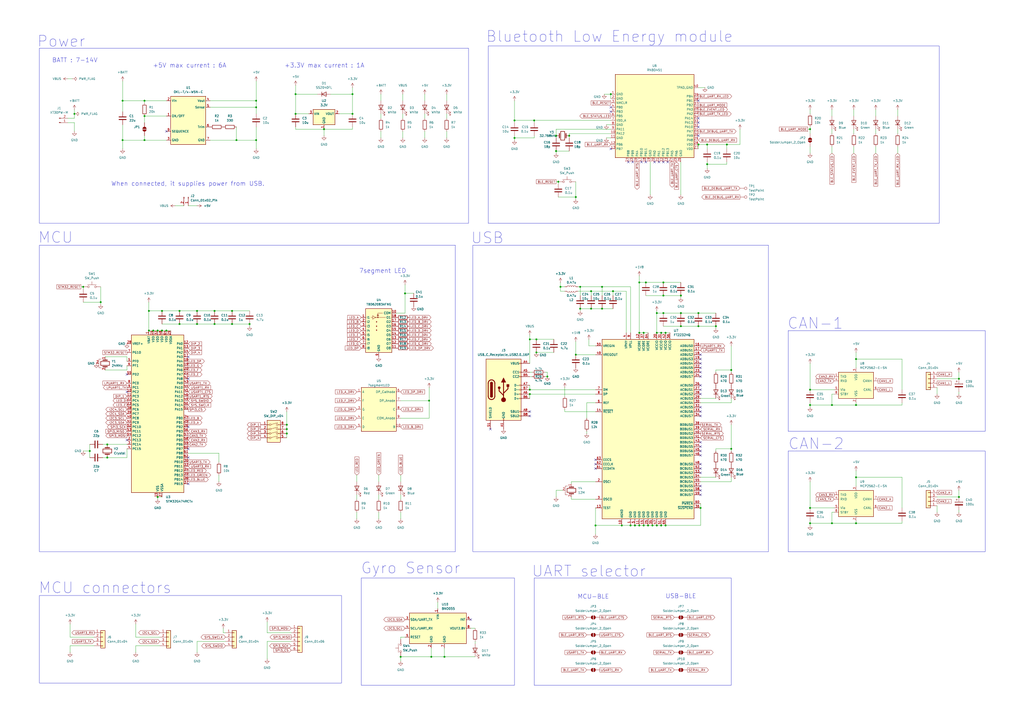
<source format=kicad_sch>
(kicad_sch (version 20231120) (generator "eeschema") (generator_version "8.0")
  (paper "A2")
  (title_block (title "GN10Mainboard") (rev "v1.0") (company "Gento Aiba (GN10)"))
  (junction (at 257.81 381))
  (junction (at 405.13 181.61))
  (junction (at 91.44 288.29))
  (junction (at 482.6 303.53))
  (junction (at 307.34 226.06))
  (junction (at 410.21 83.82))
  (junction (at 373.38 304.8))
  (junction (at 88.9 191.77))
  (junction (at 144.78 187.96))
  (junction (at 365.76 304.8))
  (junction (at 381 304.8))
  (junction (at 83.82 67.31))
  (junction (at 317.5 218.44))
  (junction (at 86.36 191.77))
  (junction (at 384.81 163.83))
  (junction (at 360.68 304.8))
  (junction (at 322.58 87.63))
  (junction (at 556.26 288.29))
  (junction (at 384.81 181.61))
  (junction (at 323.85 105.41))
  (junction (at 482.6 234.95))
  (junction (at 386.08 304.8))
  (junction (at 394.97 171.45))
  (junction (at 556.26 219.71))
  (junction (at 424.18 260.35))
  (junction (at 311.15 196.85))
  (junction (at 410.21 95.25))
  (junction (at 496.57 208.28))
  (junction (at 373.38 193.04))
  (junction (at 424.18 214.63))
  (junction (at 496.57 234.95))
  (junction (at 415.29 189.23))
  (junction (at 394.97 181.61))
  (junction (at 171.45 66.04))
  (junction (at 330.2 78.74))
  (junction (at 166.37 246.38))
  (junction (at 342.9 168.91))
  (junction (at 204.47 66.04))
  (junction (at 307.34 196.85))
  (junction (at 114.3 180.34))
  (junction (at 355.6 168.91))
  (junction (at 86.36 180.34))
  (junction (at 336.55 179.07))
  (junction (at 71.12 58.42))
  (junction (at 469.9 226.06))
  (junction (at 96.52 191.77))
  (junction (at 48.26 166.37))
  (junction (at 334.01 114.3))
  (junction (at 384.81 171.45))
  (junction (at 370.84 193.04))
  (junction (at 134.62 187.96))
  (junction (at 349.25 166.37))
  (junction (at 496.57 303.53))
  (junction (at 381 193.04))
  (junction (at 405.13 189.23))
  (junction (at 148.59 58.42))
  (junction (at 309.88 69.85))
  (junction (at 307.34 228.6))
  (junction (at 91.44 191.77))
  (junction (at 386.08 193.04))
  (junction (at 322.58 78.74))
  (junction (at 298.45 69.85))
  (junction (at 298.45 80.01))
  (junction (at 469.9 234.95))
  (junction (at 93.98 191.77))
  (junction (at 469.9 303.53))
  (junction (at 368.3 304.8))
  (junction (at 354.33 54.61))
  (junction (at 148.59 62.23))
  (junction (at 325.12 166.37))
  (junction (at 336.55 166.37))
  (junction (at 405.13 83.82))
  (junction (at 374.65 163.83))
  (junction (at 370.84 163.83))
  (junction (at 349.25 179.07))
  (junction (at 496.57 276.86))
  (junction (at 62.23 265.43))
  (junction (at 334.01 205.74))
  (junction (at 43.18 66.04))
  (junction (at 381 181.61))
  (junction (at 83.82 81.28))
  (junction (at 187.96 74.93))
  (junction (at 406.4 294.64))
  (junction (at 83.82 58.42))
  (junction (at 394.97 189.23))
  (junction (at 104.14 187.96))
  (junction (at 134.62 180.34))
  (junction (at 234.95 170.18))
  (junction (at 71.12 81.28))
  (junction (at 469.9 74.93))
  (junction (at 166.37 248.92))
  (junction (at 383.54 193.04))
  (junction (at 104.14 180.34))
  (junction (at 248.92 232.41))
  (junction (at 52.07 261.62))
  (junction (at 383.54 304.8))
  (junction (at 166.37 251.46))
  (junction (at 232.41 381))
  (junction (at 137.16 81.28))
  (junction (at 370.84 304.8))
  (junction (at 378.46 304.8))
  (junction (at 124.46 180.34))
  (junction (at 171.45 54.61))
  (junction (at 124.46 187.96))
  (junction (at 62.23 257.81))
  (junction (at 93.98 180.34))
  (junction (at 148.59 81.28))
  (junction (at 469.9 294.64))
  (junction (at 58.42 175.26))
  (junction (at 342.9 179.07))
  (junction (at 114.3 187.96))
  (junction (at 345.44 304.8))
  (junction (at 375.92 304.8))
  (junction (at 250.19 381))
  (junction (at 421.64 83.82))
  (junction (at 204.47 54.61))
  (junction (at 311.15 204.47))
  (no_connect (at 405.13 78.74))
  (no_connect (at 345.44 269.24))
  (no_connect (at 406.4 205.74))
  (no_connect (at 364.49 93.98))
  (no_connect (at 406.4 259.08))
  (no_connect (at 73.66 227.33))
  (no_connect (at 307.34 238.76))
  (no_connect (at 406.4 284.48))
  (no_connect (at 73.66 217.17))
  (no_connect (at 307.34 241.3))
  (no_connect (at 345.44 271.78))
  (no_connect (at 406.4 264.16))
  (no_connect (at 405.13 68.58))
  (no_connect (at 273.05 359.41))
  (no_connect (at 406.4 228.6))
  (no_connect (at 406.4 261.62))
  (no_connect (at 96.52 76.2))
  (no_connect (at 109.22 260.35))
  (no_connect (at 406.4 274.32))
  (no_connect (at 406.4 215.9))
  (no_connect (at 374.65 93.98))
  (no_connect (at 109.22 280.67))
  (no_connect (at 73.66 255.27))
  (no_connect (at 109.22 207.01))
  (no_connect (at 379.73 93.98))
  (no_connect (at 109.22 219.71))
  (no_connect (at 345.44 266.7))
  (no_connect (at 406.4 287.02))
  (no_connect (at 354.33 86.36))
  (no_connect (at 109.22 265.43))
  (no_connect (at 354.33 62.23))
  (no_connect (at 405.13 71.12))
  (no_connect (at 406.4 281.94))
  (no_connect (at 284.48 248.92))
  (no_connect (at 354.33 64.77))
  (no_connect (at 406.4 236.22))
  (no_connect (at 406.4 223.52))
  (no_connect (at 405.13 58.42))
  (no_connect (at 405.13 73.66))
  (no_connect (at 406.4 210.82))
  (no_connect (at 406.4 271.78))
  (no_connect (at 387.35 93.98))
  (no_connect (at 384.81 93.98))
  (no_connect (at 382.27 93.98))
  (no_connect (at 109.22 247.65))
  (no_connect (at 406.4 226.06))
  (no_connect (at 406.4 238.76))
  (no_connect (at 406.4 208.28))
  (no_connect (at 372.11 93.98))
  (no_connect (at 406.4 241.3))
  (no_connect (at 367.03 93.98))
  (no_connect (at 406.4 256.54))
  (no_connect (at 406.4 213.36))
  (no_connect (at 406.4 218.44))
  (no_connect (at 406.4 269.24))
  (wire (pts (xy 345.44 205.74) (xy 334.01 205.74)))
  (wire (pts (xy 148.59 58.42) (xy 121.92 58.42)))
  (wire (pts (xy 383.54 193.04) (xy 381 193.04)))
  (wire (pts (xy 365.76 166.37) (xy 349.25 166.37)))
  (wire (pts (xy 469.9 294.64) (xy 483.87 294.64)))
  (wire (pts (xy 307.34 215.9) (xy 308.61 215.9)))
  (wire (pts (xy 334.01 105.41) (xy 334.01 114.3)))
  (wire (pts (xy 482.6 74.93) (xy 482.6 77.47)))
  (wire (pts (xy 40.64 374.65) (xy 54.61 374.65)))
  (wire (pts (xy 322.58 284.48) (xy 326.39 284.48)))
  (wire (pts (xy 394.97 171.45) (xy 384.81 171.45)))
  (wire (pts (xy 121.92 81.28) (xy 137.16 81.28)))
  (wire (pts (xy 468.63 74.93) (xy 469.9 74.93)))
  (wire (pts (xy 415.29 260.35) (xy 424.18 260.35)))
  (wire (pts (xy 406.4 294.64) (xy 406.4 304.8)))
  (wire (pts (xy 207.01 297.18) (xy 207.01 300.99)))
  (wire (pts (xy 410.21 93.98) (xy 410.21 95.25)))
  (wire (pts (xy 43.18 63.5) (xy 43.18 66.04)))
  (wire (pts (xy 508 63.5) (xy 508 67.31)))
  (wire (pts (xy 204.47 73.66) (xy 204.47 74.93)))
  (wire (pts (xy 370.84 163.83) (xy 370.84 193.04)))
  (wire (pts (xy 469.9 234.95) (xy 482.6 234.95)))
  (wire (pts (xy 365.76 304.8) (xy 360.68 304.8)))
  (wire (pts (xy 259.08 76.2) (xy 259.08 80.01)))
  (wire (pts (xy 543.56 288.29) (xy 556.26 288.29)))
  (wire (pts (xy 406.4 231.14) (xy 415.29 231.14)))
  (wire (pts (xy 322.58 87.63) (xy 322.58 88.9)))
  (wire (pts (xy 349.25 179.07) (xy 355.6 179.07)))
  (wire (pts (xy 154.94 382.27) (xy 154.94 372.11)))
  (wire (pts (xy 309.88 69.85) (xy 354.33 69.85)))
  (wire (pts (xy 137.16 73.66) (xy 137.16 81.28)))
  (wire (pts (xy 469.9 234.95) (xy 469.9 236.22)))
  (wire (pts (xy 207.01 275.59) (xy 207.01 279.4)))
  (wire (pts (xy 59.69 265.43) (xy 62.23 265.43)))
  (wire (pts (xy 234.95 170.18) (xy 234.95 181.61)))
  (wire (pts (xy 219.71 297.18) (xy 219.71 300.99)))
  (wire (pts (xy 232.41 369.57) (xy 234.95 369.57)))
  (wire (pts (xy 307.34 196.85) (xy 307.34 210.82)))
  (wire (pts (xy 482.6 297.18) (xy 482.6 303.53)))
  (wire (pts (xy 415.29 190.5) (xy 415.29 189.23)))
  (wire (pts (xy 340.36 233.68) (xy 345.44 233.68)))
  (wire (pts (xy 323.85 114.3) (xy 334.01 114.3)))
  (wire (pts (xy 345.44 289.56) (xy 331.47 289.56)))
  (wire (pts (xy 220.98 76.2) (xy 220.98 80.01)))
  (wire (pts (xy 341.63 196.85) (xy 341.63 200.66)))
  (wire (pts (xy 381 304.8) (xy 378.46 304.8)))
  (wire (pts (xy 73.66 214.63) (xy 73.66 212.09)))
  (wire (pts (xy 59.69 257.81) (xy 62.23 257.81)))
  (wire (pts (xy 482.6 303.53) (xy 496.57 303.53)))
  (wire (pts (xy 336.55 166.37) (xy 335.28 166.37)))
  (wire (pts (xy 383.54 304.8) (xy 381 304.8)))
  (wire (pts (xy 495.3 85.09) (xy 495.3 88.9)))
  (wire (pts (xy 330.2 78.74) (xy 330.2 80.01)))
  (wire (pts (xy 386.08 304.8) (xy 383.54 304.8)))
  (wire (pts (xy 520.7 85.09) (xy 520.7 88.9)))
  (wire (pts (xy 415.29 214.63) (xy 424.18 214.63)))
  (wire (pts (xy 424.18 276.86) (xy 424.18 279.4)))
  (wire (pts (xy 410.21 83.82) (xy 405.13 83.82)))
  (wire (pts (xy 327.66 166.37) (xy 325.12 166.37)))
  (wire (pts (xy 327.66 168.91) (xy 325.12 168.91)))
  (wire (pts (xy 370.84 304.8) (xy 368.3 304.8)))
  (wire (pts (xy 88.9 191.77) (xy 91.44 191.77)))
  (wire (pts (xy 405.13 189.23) (xy 394.97 189.23)))
  (wire (pts (xy 469.9 303.53) (xy 469.9 304.8)))
  (wire (pts (xy 114.3 180.34) (xy 124.46 180.34)))
  (wire (pts (xy 325.12 166.37) (xy 325.12 163.83)))
  (wire (pts (xy 60.96 207.01) (xy 73.66 207.01)))
  (wire (pts (xy 330.2 77.47) (xy 354.33 77.47)))
  (wire (pts (xy 482.6 234.95) (xy 496.57 234.95)))
  (wire (pts (xy 232.41 287.02) (xy 232.41 289.56)))
  (wire (pts (xy 171.45 54.61) (xy 184.15 54.61)))
  (wire (pts (xy 78.74 369.57) (xy 92.71 369.57)))
  (wire (pts (xy 254 349.25) (xy 254 353.06)))
  (wire (pts (xy 78.74 374.65) (xy 92.71 374.65)))
  (wire (pts (xy 406.4 292.1) (xy 406.4 294.64)))
  (wire (pts (xy 415.29 189.23) (xy 405.13 189.23)))
  (wire (pts (xy 298.45 69.85) (xy 309.88 69.85)))
  (wire (pts (xy 421.64 83.82) (xy 410.21 83.82)))
  (wire (pts (xy 196.85 66.04) (xy 204.47 66.04)))
  (wire (pts (xy 127 262.89) (xy 109.22 262.89)))
  (wire (pts (xy 171.45 49.53) (xy 171.45 54.61)))
  (wire (pts (xy 187.96 74.93) (xy 171.45 74.93)))
  (wire (pts (xy 317.5 218.44) (xy 317.5 215.9)))
  (wire (pts (xy 496.57 233.68) (xy 496.57 234.95)))
  (wire (pts (xy 354.33 74.93) (xy 322.58 74.93)))
  (wire (pts (xy 71.12 81.28) (xy 83.82 81.28)))
  (wire (pts (xy 71.12 58.42) (xy 83.82 58.42)))
  (wire (pts (xy 543.56 293.37) (xy 543.56 297.18)))
  (wire (pts (xy 248.92 232.41) (xy 232.41 232.41)))
  (wire (pts (xy 322.58 288.29) (xy 322.58 284.48)))
  (wire (pts (xy 317.5 215.9) (xy 316.23 215.9)))
  (wire (pts (xy 166.37 251.46) (xy 166.37 254)))
  (wire (pts (xy 349.25 166.37) (xy 336.55 166.37)))
  (wire (pts (xy 482.6 228.6) (xy 482.6 234.95)))
  (wire (pts (xy 355.6 168.91) (xy 363.22 168.91)))
  (wire (pts (xy 62.23 265.43) (xy 73.66 265.43)))
  (wire (pts (xy 309.88 78.74) (xy 309.88 80.01)))
  (wire (pts (xy 496.57 273.05) (xy 496.57 276.86)))
  (wire (pts (xy 556.26 297.18) (xy 556.26 295.91)))
  (wire (pts (xy 62.23 257.81) (xy 73.66 257.81)))
  (wire (pts (xy 316.23 218.44) (xy 317.5 218.44)))
  (wire (pts (xy 71.12 58.42) (xy 71.12 64.77)))
  (wire (pts (xy 322.58 74.93) (xy 322.58 78.74)))
  (wire (pts (xy 349.25 166.37) (xy 349.25 171.45)))
  (wire (pts (xy 370.84 160.02) (xy 370.84 163.83)))
  (wire (pts (xy 298.45 78.74) (xy 298.45 80.01)))
  (wire (pts (xy 424.18 231.14) (xy 424.18 233.68)))
  (wire (pts (xy 342.9 168.91) (xy 355.6 168.91)))
  (wire (pts (xy 523.24 233.68) (xy 523.24 234.95)))
  (wire (pts (xy 48.26 261.62) (xy 52.07 261.62)))
  (wire (pts (xy 104.14 187.96) (xy 114.3 187.96)))
  (wire (pts (xy 257.81 381) (xy 257.81 375.92)))
  (wire (pts (xy 341.63 200.66) (xy 345.44 200.66)))
  (wire (pts (xy 345.44 294.64) (xy 345.44 304.8)))
  (wire (pts (xy 373.38 304.8) (xy 370.84 304.8)))
  (wire (pts (xy 91.44 288.29) (xy 93.98 288.29)))
  (wire (pts (xy 469.9 226.06) (xy 483.87 226.06)))
  (wire (pts (xy 496.57 234.95) (xy 523.24 234.95)))
  (wire (pts (xy 234.95 165.1) (xy 234.95 170.18)))
  (wire (pts (xy 520.7 63.5) (xy 520.7 67.31)))
  (wire (pts (xy 336.55 179.07) (xy 342.9 179.07)))
  (wire (pts (xy 307.34 194.31) (xy 307.34 196.85)))
  (wire (pts (xy 71.12 46.99) (xy 71.12 58.42)))
  (wire (pts (xy 523.24 226.06) (xy 523.24 208.28)))
  (wire (pts (xy 58.42 166.37) (xy 58.42 175.26)))
  (wire (pts (xy 355.6 168.91) (xy 355.6 171.45)))
  (wire (pts (xy 93.98 187.96) (xy 104.14 187.96)))
  (wire (pts (xy 171.45 54.61) (xy 171.45 66.04)))
  (wire (pts (xy 429.26 83.82) (xy 421.64 83.82)))
  (wire (pts (xy 373.38 193.04) (xy 375.92 193.04)))
  (wire (pts (xy 154.94 360.68) (xy 154.94 367.03)))
  (wire (pts (xy 78.74 361.95) (xy 78.74 369.57)))
  (wire (pts (xy 325.12 168.91) (xy 325.12 166.37)))
  (wire (pts (xy 345.44 279.4) (xy 331.47 279.4)))
  (wire (pts (xy 424.18 246.38) (xy 424.18 260.35)))
  (wire (pts (xy 39.37 45.72) (xy 41.91 45.72)))
  (wire (pts (xy 556.26 284.48) (xy 556.26 288.29)))
  (wire (pts (xy 429.26 74.93) (xy 429.26 83.82)))
  (wire (pts (xy 60.96 214.63) (xy 73.66 214.63)))
  (wire (pts (xy 246.38 54.61) (xy 246.38 58.42)))
  (wire (pts (xy 523.24 294.64) (xy 523.24 276.86)))
  (wire (pts (xy 148.59 81.28) (xy 148.59 86.36)))
  (wire (pts (xy 191.77 54.61) (xy 204.47 54.61)))
  (wire (pts (xy 73.66 207.01) (xy 73.66 209.55)))
  (wire (pts (xy 523.24 276.86) (xy 496.57 276.86)))
  (wire (pts (xy 259.08 66.04) (xy 259.08 68.58)))
  (wire (pts (xy 148.59 62.23) (xy 148.59 66.04)))
  (wire (pts (xy 322.58 105.41) (xy 323.85 105.41)))
  (wire (pts (xy 327.66 224.79) (xy 327.66 229.87)))
  (wire (pts (xy 233.68 54.61) (xy 233.68 58.42)))
  (wire (pts (xy 58.42 175.26) (xy 58.42 176.53)))
  (wire (pts (xy 311.15 196.85) (xy 321.31 196.85)))
  (wire (pts (xy 71.12 81.28) (xy 71.12 86.36)))
  (wire (pts (xy 232.41 242.57) (xy 248.92 242.57)))
  (wire (pts (xy 309.88 71.12) (xy 309.88 69.85)))
  (wire (pts (xy 219.71 287.02) (xy 219.71 289.56)))
  (wire (pts (xy 365.76 193.04) (xy 365.76 166.37)))
  (wire (pts (xy 351.79 80.01) (xy 354.33 80.01)))
  (wire (pts (xy 246.38 76.2) (xy 246.38 80.01)))
  (wire (pts (xy 384.81 181.61) (xy 394.97 181.61)))
  (wire (pts (xy 83.82 78.74) (xy 83.82 81.28)))
  (wire (pts (xy 83.82 58.42) (xy 83.82 59.69)))
  (wire (pts (xy 322.58 87.63) (xy 330.2 87.63)))
  (wire (pts (xy 298.45 80.01) (xy 298.45 81.28)))
  (wire (pts (xy 388.62 193.04) (xy 386.08 193.04)))
  (wire (pts (xy 415.29 214.63) (xy 415.29 215.9)))
  (wire (pts (xy 345.44 238.76) (xy 327.66 238.76)))
  (wire (pts (xy 104.14 180.34) (xy 114.3 180.34)))
  (wire (pts (xy 496.57 276.86) (xy 496.57 281.94)))
  (wire (pts (xy 340.36 242.57) (xy 340.36 233.68)))
  (wire (pts (xy 250.19 375.92) (xy 250.19 381)))
  (wire (pts (xy 340.36 250.19) (xy 340.36 251.46)))
  (wire (pts (xy 207.01 287.02) (xy 207.01 289.56)))
  (wire (pts (xy 154.94 367.03) (xy 168.91 367.03)))
  (wire (pts (xy 101.6 119.38) (xy 106.68 119.38)))
  (wire (pts (xy 124.46 180.34) (xy 134.62 180.34)))
  (wire (pts (xy 405.13 50.8) (xy 408.94 50.8)))
  (wire (pts (xy 496.57 204.47) (xy 496.57 208.28)))
  (wire (pts (xy 394.97 93.98) (xy 394.97 113.03)))
  (wire (pts (xy 134.62 187.96) (xy 144.78 187.96)))
  (wire (pts (xy 204.47 54.61) (xy 204.47 66.04)))
  (wire (pts (xy 424.18 214.63) (xy 424.18 215.9)))
  (wire (pts (xy 469.9 303.53) (xy 482.6 303.53)))
  (wire (pts (xy 83.82 81.28) (xy 96.52 81.28)))
  (wire (pts (xy 43.18 66.04) (xy 43.18 68.58)))
  (wire (pts (xy 406.4 233.68) (xy 424.18 233.68)))
  (wire (pts (xy 386.08 193.04) (xy 383.54 193.04)))
  (wire (pts (xy 204.47 74.93) (xy 187.96 74.93)))
  (wire (pts (xy 556.26 228.6) (xy 556.26 227.33)))
  (wire (pts (xy 83.82 67.31) (xy 96.52 67.31)))
  (wire (pts (xy 469.9 302.26) (xy 469.9 303.53)))
  (wire (pts (xy 520.7 74.93) (xy 520.7 77.47)))
  (wire (pts (xy 298.45 71.12) (xy 298.45 69.85)))
  (wire (pts (xy 330.2 77.47) (xy 330.2 78.74)))
  (wire (pts (xy 350.52 54.61) (xy 354.33 54.61)))
  (wire (pts (xy 406.4 304.8) (xy 386.08 304.8)))
  (wire (pts (xy 384.81 171.45) (xy 374.65 171.45)))
  (wire (pts (xy 406.4 276.86) (xy 415.29 276.86)))
  (wire (pts (xy 43.18 71.12) (xy 43.18 76.2)))
  (wire (pts (xy 311.15 204.47) (xy 321.31 204.47)))
  (wire (pts (xy 232.41 381) (xy 250.19 381)))
  (wire (pts (xy 508 85.09) (xy 508 88.9)))
  (wire (pts (xy 469.9 279.4) (xy 469.9 294.64)))
  (wire (pts (xy 523.24 208.28) (xy 496.57 208.28)))
  (wire (pts (xy 523.24 302.26) (xy 523.24 303.53)))
  (wire (pts (xy 93.98 191.77) (xy 96.52 191.77)))
  (wire (pts (xy 40.64 378.46) (xy 40.64 374.65)))
  (wire (pts (xy 496.57 303.53) (xy 523.24 303.53)))
  (wire (pts (xy 232.41 381) (xy 232.41 383.54)))
  (wire (pts (xy 171.45 66.04) (xy 179.07 66.04)))
  (wire (pts (xy 370.84 163.83) (xy 374.65 163.83)))
  (wire (pts (xy 52.07 257.81) (xy 52.07 261.62)))
  (wire (pts (xy 334.01 205.74) (xy 334.01 198.12)))
  (wire (pts (xy 469.9 233.68) (xy 469.9 234.95)))
  (wire (pts (xy 148.59 46.99) (xy 148.59 58.42)))
  (wire (pts (xy 336.55 180.34) (xy 336.55 179.07)))
  (wire (pts (xy 129.54 367.03) (xy 130.81 367.03)))
  (wire (pts (xy 483.87 228.6) (xy 482.6 228.6)))
  (wire (pts (xy 232.41 297.18) (xy 232.41 300.99)))
  (wire (pts (xy 323.85 105.41) (xy 323.85 106.68)))
  (wire (pts (xy 166.37 238.76) (xy 166.37 246.38)))
  (wire (pts (xy 394.97 189.23) (xy 384.81 189.23)))
  (wire (pts (xy 331.47 289.56) (xy 331.47 288.29)))
  (wire (pts (xy 187.96 74.93) (xy 187.96 78.74)))
  (wire (pts (xy 148.59 73.66) (xy 148.59 81.28)))
  (wire (pts (xy 298.45 58.42) (xy 298.45 69.85)))
  (wire (pts (xy 259.08 54.61) (xy 259.08 58.42)))
  (wire (pts (xy 410.21 97.79) (xy 410.21 95.25)))
  (wire (pts (xy 114.3 187.96) (xy 124.46 187.96)))
  (wire (pts (xy 354.33 54.61) (xy 354.33 57.15)))
  (wire (pts (xy 171.45 73.66) (xy 171.45 74.93)))
  (wire (pts (xy 415.29 260.35) (xy 415.29 261.62)))
  (wire (pts (xy 322.58 78.74) (xy 322.58 80.01)))
  (wire (pts (xy 234.95 170.18) (xy 240.03 170.18)))
  (wire (pts (xy 410.21 83.82) (xy 410.21 86.36)))
  (wire (pts (xy 405.13 181.61) (xy 415.29 181.61)))
  (wire (pts (xy 495.3 74.93) (xy 495.3 77.47)))
  (wire (pts (xy 424.18 200.66) (xy 424.18 214.63)))
  (wire (pts (xy 508 74.93) (xy 508 77.47)))
  (wire (pts (xy 368.3 304.8) (xy 365.76 304.8)))
  (wire (pts (xy 342.9 168.91) (xy 342.9 171.45)))
  (wire (pts (xy 129.54 364.49) (xy 129.54 367.03)))
  (wire (pts (xy 83.82 58.42) (xy 96.52 58.42)))
  (wire (pts (xy 331.47 279.4) (xy 331.47 280.67)))
  (wire (pts (xy 154.94 372.11) (xy 168.91 372.11)))
  (wire (pts (xy 543.56 219.71) (xy 556.26 219.71)))
  (wire (pts (xy 496.57 302.26) (xy 496.57 303.53)))
  (wire (pts (xy 495.3 63.5) (xy 495.3 67.31)))
  (wire (pts (xy 394.97 171.45) (xy 394.97 172.72)))
  (wire (pts (xy 360.68 304.8) (xy 345.44 304.8)))
  (wire (pts (xy 166.37 248.92) (xy 166.37 251.46)))
  (wire (pts (xy 124.46 187.96) (xy 134.62 187.96)))
  (wire (pts (xy 91.44 288.29) (xy 91.44 289.56)))
  (wire (pts (xy 556.26 215.9) (xy 556.26 219.71)))
  (wire (pts (xy 144.78 187.96) (xy 144.78 189.23)))
  (wire (pts (xy 482.6 63.5) (xy 482.6 67.31)))
  (wire (pts (xy 394.97 181.61) (xy 405.13 181.61)))
  (wire (pts (xy 248.92 224.79) (xy 248.92 232.41)))
  (wire (pts (xy 342.9 179.07) (xy 349.25 179.07)))
  (wire (pts (xy 246.38 66.04) (xy 246.38 68.58)))
  (wire (pts (xy 166.37 246.38) (xy 166.37 248.92)))
  (wire (pts (xy 336.55 166.37) (xy 336.55 171.45)))
  (wire (pts (xy 121.92 62.23) (xy 148.59 62.23)))
  (wire (pts (xy 250.19 381) (xy 257.81 381)))
  (wire (pts (xy 109.22 119.38) (xy 114.3 119.38)))
  (wire (pts (xy 307.34 228.6) (xy 307.34 231.14)))
  (wire (pts (xy 469.9 85.09) (xy 469.9 88.9)))
  (wire (pts (xy 232.41 370.84) (xy 232.41 369.57)))
  (wire (pts (xy 46.99 166.37) (xy 48.26 166.37)))
  (wire (pts (xy 424.18 260.35) (xy 424.18 261.62)))
  (wire (pts (xy 421.64 86.36) (xy 421.64 83.82)))
  (wire (pts (xy 127 267.97) (xy 127 262.89)))
  (wire (pts (xy 384.81 163.83) (xy 394.97 163.83)))
  (wire (pts (xy 86.36 180.34) (xy 93.98 180.34)))
  (wire (pts (xy 257.81 381) (xy 275.59 381)))
  (wire (pts (xy 71.12 72.39) (xy 71.12 81.28)))
  (wire (pts (xy 381 181.61) (xy 381 180.34)))
  (wire (pts (xy 469.9 63.5) (xy 469.9 66.04)))
  (wire (pts (xy 96.52 191.77) (xy 99.06 191.77)))
  (wire (pts (xy 48.26 166.37) (xy 48.26 167.64)))
  (wire (pts (xy 351.79 72.39) (xy 354.33 72.39)))
  (wire (pts (xy 275.59 372.11) (xy 275.59 373.38)))
  (wire (pts (xy 483.87 297.18) (xy 482.6 297.18)))
  (wire (pts (xy 307.34 228.6) (xy 345.44 228.6)))
  (wire (pts (xy 134.62 180.34) (xy 144.78 180.34)))
  (wire (pts (xy 233.68 76.2) (xy 233.68 80.01)))
  (wire (pts (xy 233.68 66.04) (xy 233.68 68.58)))
  (wire (pts (xy 543.56 224.79) (xy 543.56 228.6)))
  (wire (pts (xy 370.84 193.04) (xy 373.38 193.04)))
  (wire (pts (xy 248.92 242.57) (xy 248.92 232.41)))
  (wire (pts (xy 335.28 168.91) (xy 342.9 168.91)))
  (wire (pts (xy 363.22 168.91) (xy 363.22 193.04)))
  (wire (pts (xy 273.05 364.49) (xy 275.59 364.49)))
  (wire (pts (xy 204.47 50.8) (xy 204.47 54.61)))
  (wire (pts (xy 93.98 180.34) (xy 104.14 180.34)))
  (wire (pts (xy 220.98 66.04) (xy 220.98 68.58)))
  (wire (pts (xy 307.34 196.85) (xy 311.15 196.85)))
  (wire (pts (xy 381 181.61) (xy 384.81 181.61)))
  (wire (pts (xy 327.66 238.76) (xy 327.66 237.49)))
  (wire (pts (xy 374.65 163.83) (xy 384.81 163.83)))
  (wire (pts (xy 73.66 265.43) (xy 73.66 260.35)))
  (wire (pts (xy 345.44 304.8) (xy 345.44 309.88)))
  (wire (pts (xy 127 275.59) (xy 127 279.4)))
  (wire (pts (xy 83.82 67.31) (xy 83.82 71.12)))
  (wire (pts (xy 375.92 304.8) (xy 373.38 304.8)))
  (wire (pts (xy 40.64 369.57) (xy 54.61 369.57)))
  (wire (pts (xy 137.16 81.28) (xy 148.59 81.28)))
  (wire (pts (xy 381 193.04) (xy 381 181.61)))
  (wire (pts (xy 78.74 378.46) (xy 78.74 374.65)))
  (wire (pts (xy 378.46 304.8) (xy 375.92 304.8)))
  (wire (pts (xy 377.19 93.98) (xy 377.19 113.03)))
  (wire (pts (xy 48.26 175.26) (xy 58.42 175.26)))
  (wire (pts (xy 469.9 74.93) (xy 469.9 77.47)))
  (wire (pts (xy 114.3 372.11) (xy 130.81 372.11)))
  (wire (pts (xy 52.07 261.62) (xy 52.07 265.43)))
  (wire (pts (xy 307.34 218.44) (xy 308.61 218.44)))
  (wire (pts (xy 421.64 95.25) (xy 421.64 93.98)))
  (wire (pts (xy 469.9 73.66) (xy 469.9 74.93)))
  (wire (pts (xy 406.4 279.4) (xy 424.18 279.4)))
  (wire (pts (xy 232.41 275.59) (xy 232.41 279.4)))
  (wire (pts (xy 309.88 80.01) (xy 298.45 80.01)))
  (wire (pts (xy 469.9 210.82) (xy 469.9 226.06)))
  (wire (pts (xy 114.3 378.46) (xy 114.3 372.11)))
  (wire (pts (xy 307.34 226.06) (xy 345.44 226.06)))
  (wire (pts (xy 220.98 54.61) (xy 220.98 58.42)))
  (wire (pts (xy 40.64 361.95) (xy 40.64 369.57)))
  (wire (pts (xy 334.01 114.3) (xy 334.01 115.57)))
  (wire (pts (xy 410.21 95.25) (xy 421.64 95.25)))
  (wire (pts (xy 86.36 175.26) (xy 86.36 180.34)))
  (wire (pts (xy 91.44 191.77) (xy 93.98 191.77)))
  (wire (pts (xy 405.13 83.82) (xy 405.13 86.36)))
  (wire (pts (xy 39.37 71.12) (xy 43.18 71.12)))
  (wire (pts (xy 219.71 275.59) (xy 219.71 279.4)))
  (wire (pts (xy 43.18 68.58) (xy 39.37 68.58)))
  (wire (pts (xy 496.57 208.28) (xy 496.57 213.36)))
  (wire (pts (xy 86.36 191.77) (xy 88.9 191.77)))
  (wire (pts (xy 234.95 181.61) (xy 229.87 181.61)))
  (wire (pts (xy 86.36 180.34) (xy 86.36 191.77)))
  (wire (pts (xy 482.6 85.09) (xy 482.6 88.9)))
  (wire (pts (xy 148.59 62.23) (xy 148.59 58.42)))
  (wire (pts (xy 307.34 223.52) (xy 307.34 226.06)))
  (rectangle (start 274.32 142.24) (end 445.77 320.04))
  (rectangle (start 22.86 27.94) (end 271.78 129.54))
  (rectangle (start 457.2 191.77) (end 571.5 250.19))
  (rectangle (start 309.88 335.28) (end 424.18 397.51))
  (rectangle (start 457.2 261.62) (end 571.5 320.04))
  (rectangle (start 283.21 26.67) (end 544.83 129.54))
  (rectangle (start 209.55 335.28) (end 298.45 397.51))
  (rectangle (start 22.86 345.44) (end 198.12 396.24))
  (rectangle (start 22.86 142.24) (end 264.16 320.04))
  (text "Bluetooth Low Energy module" (at 353.568 21.336 0) (effects (font (size 6.35 6.35))))
  (text "BATT : 7-14V" (at 43.434 35.052 0) (effects (font (size 2.54 2.54))))
  (text "Power" (at 35.56 24.13 0) (effects (font (size 6.35 6.35))))
  (text "MCU connectors" (at 60.96 341.122 0) (effects (font (size 6.35 6.35))))
  (text "USB" (at 282.702 138.176 0) (effects (font (size 6.35 6.35))))
  (text "+5V max current : 6A" (at 109.982 38.1 0) (effects (font (size 2.54 2.54))))
  (text "UART selector" (at 341.63 331.47 0) (effects (font (size 6.35 6.35))))
  (text "7segment LED" (at 221.996 157.226 0) (effects (font (size 2.54 2.54))))
  (text "When connected, it supplies power from USB." (at 108.966 106.68 0) (effects (font (size 2.54 2.54))))
  (text "MCU" (at 32.258 137.922 0) (effects (font (size 6.35 6.35))))
  (text "CAN-1" (at 472.948 187.706 0) (effects (font (size 6.35 6.35))))
  (text "Gyro Sensor" (at 238.252 329.692 0) (effects (font (size 6.35 6.35))))
  (text "USB-BLE" (at 394.97 345.948 0) (effects (font (size 2.54 2.54))))
  (text "MCU-BLE" (at 344.17 346.202 0) (effects (font (size 2.54 2.54))))
  (text "CAN-2" (at 473.456 257.556 0) (effects (font (size 6.35 6.35))))
  (text "+3.3V max current : 1A" (at 188.214 38.1 0) (effects (font (size 2.54 2.54))))
  (global_label "USART3_RX" (shape output) (at 54.61 367.03 180) (property "Intersheetrefs" "${INTERSHEET_REFS}" (effects (hide yes))))
  (global_label "LED_E_DRV" (shape input) (at 207.01 242.57 180) (property "Intersheetrefs" "${INTERSHEET_REFS}" (effects (hide yes))))
  (global_label "DIP_2" (shape input) (at 109.22 199.39 0) (property "Intersheetrefs" "${INTERSHEET_REFS}" (effects (hide yes))))
  (global_label "LED_D" (shape output) (at 73.66 232.41 180) (property "Intersheetrefs" "${INTERSHEET_REFS}" (effects (hide yes))))
  (global_label "BLE_UART_RX_LED" (shape output) (at 405.13 55.88 0) (property "Intersheetrefs" "${INTERSHEET_REFS}" (effects (hide yes))))
  (global_label "LED_DP_DRV" (shape output) (at 237.49 201.93 0) (property "Intersheetrefs" "${INTERSHEET_REFS}" (effects (hide yes))))
  (global_label "SYS_SWCLK" (shape bidirectional) (at 130.81 369.57 180) (property "Intersheetrefs" "${INTERSHEET_REFS}" (effects (hide yes))))
  (global_label "I2C3_SDA" (shape bidirectional) (at 73.66 245.11 180) (property "Intersheetrefs" "${INTERSHEET_REFS}" (effects (hide yes))))
  (global_label "CAN2_RX" (shape input) (at 109.22 255.27 0) (property "Intersheetrefs" "${INTERSHEET_REFS}" (effects (hide yes))))
  (global_label "DIP_1" (shape input) (at 73.66 229.87 180) (property "Intersheetrefs" "${INTERSHEET_REFS}" (effects (hide yes))))
  (global_label "I2C3_SDA" (shape bidirectional) (at 234.95 359.41 180) (property "Intersheetrefs" "${INTERSHEET_REFS}" (effects (hide yes))))
  (global_label "LED_C_DRV" (shape output) (at 237.49 189.23 0) (property "Intersheetrefs" "${INTERSHEET_REFS}" (effects (hide yes))))
  (global_label "LED_C_DRV" (shape input) (at 232.41 237.49 0) (property "Intersheetrefs" "${INTERSHEET_REFS}" (effects (hide yes))))
  (global_label "CAN3_RX" (shape output) (at 483.87 287.02 180) (property "Intersheetrefs" "${INTERSHEET_REFS}" (effects (hide yes))))
  (global_label "BLE_UART_RTS" (shape output) (at 369.57 93.98 270) (property "Intersheetrefs" "${INTERSHEET_REFS}" (effects (hide yes))))
  (global_label "SERIAL_TX" (shape input) (at 391.16 378.46 180) (property "Intersheetrefs" "${INTERSHEET_REFS}" (effects (hide yes))))
  (global_label "I2C3_SCL" (shape bidirectional) (at 234.95 364.49 180) (property "Intersheetrefs" "${INTERSHEET_REFS}" (effects (hide yes))))
  (global_label "BLE_UART_TX" (shape input) (at 391.16 388.62 180) (property "Intersheetrefs" "${INTERSHEET_REFS}" (effects (hide yes))))
  (global_label "CAN1_H" (shape passive) (at 509.27 220.98 0) (property "Intersheetrefs" "${INTERSHEET_REFS}" (effects (hide yes))))
  (global_label "USART1_TX" (shape input) (at 340.36 378.46 180) (property "Intersheetrefs" "${INTERSHEET_REFS}" (effects (hide yes))))
  (global_label "LED_BLUE" (shape input) (at 232.41 275.59 90) (property "Intersheetrefs" "${INTERSHEET_REFS}" (effects (hide yes))))
  (global_label "LED_DP" (shape output) (at 109.22 209.55 0) (property "Intersheetrefs" "${INTERSHEET_REFS}" (effects (hide yes))))
  (global_label "LED_G_DRV" (shape input) (at 207.01 237.49 180) (property "Intersheetrefs" "${INTERSHEET_REFS}" (effects (hide yes))))
  (global_label "LED_DP" (shape input) (at 209.55 201.93 180) (property "Intersheetrefs" "${INTERSHEET_REFS}" (effects (hide yes))))
  (global_label "USART1_RX" (shape input) (at 109.22 224.79 0) (property "Intersheetrefs" "${INTERSHEET_REFS}" (effects (hide yes))))
  (global_label "LED_A" (shape output) (at 109.22 245.11 0) (property "Intersheetrefs" "${INTERSHEET_REFS}" (effects (hide yes))))
  (global_label "CAN2_H" (shape passive) (at 543.56 285.75 0) (property "Intersheetrefs" "${INTERSHEET_REFS}" (effects (hide yes))))
  (global_label "SPI3_CS" (shape output) (at 109.22 237.49 0) (property "Intersheetrefs" "${INTERSHEET_REFS}" (effects (hide yes))))
  (global_label "DIP_3" (shape output) (at 151.13 251.46 180) (property "Intersheetrefs" "${INTERSHEET_REFS}" (effects (hide yes))))
  (global_label "SPI3_MOSI" (shape input) (at 168.91 364.49 180) (property "Intersheetrefs" "${INTERSHEET_REFS}" (effects (hide yes))))
  (global_label "BLE_UART_RTS" (shape input) (at 340.36 368.3 180) (property "Intersheetrefs" "${INTERSHEET_REFS}" (effects (hide yes))))
  (global_label "LED_D_DRV" (shape output) (at 237.49 191.77 0) (property "Intersheetrefs" "${INTERSHEET_REFS}" (effects (hide yes))))
  (global_label "CAN3_TX" (shape input) (at 483.87 289.56 180) (property "Intersheetrefs" "${INTERSHEET_REFS}" (effects (hide yes))))
  (global_label "SPI3_MISO" (shape output) (at 168.91 369.57 180) (property "Intersheetrefs" "${INTERSHEET_REFS}" (effects (hide yes))))
  (global_label "CAN2_L" (shape passive) (at 543.56 290.83 0) (property "Intersheetrefs" "${INTERSHEET_REFS}" (effects (hide yes))))
  (global_label "SPI3_CS" (shape input) (at 168.91 377.19 180) (property "Intersheetrefs" "${INTERSHEET_REFS}" (effects (hide yes))))
  (global_label "SPI3_MOSI" (shape output) (at 73.66 252.73 180) (property "Intersheetrefs" "${INTERSHEET_REFS}" (effects (hide yes))))
  (global_label "CAN3_RX" (shape input) (at 109.22 250.19 0) (property "Intersheetrefs" "${INTERSHEET_REFS}" (effects (hide yes))))
  (global_label "SERIAL_RX" (shape input) (at 406.4 248.92 0) (property "Intersheetrefs" "${INTERSHEET_REFS}" (effects (hide yes))))
  (global_label "CAN2_L" (shape passive) (at 509.27 294.64 0) (property "Intersheetrefs" "${INTERSHEET_REFS}" (effects (hide yes))))
  (global_label "STM32_RESET" (shape passive) (at 46.99 166.37 180) (property "Intersheetrefs" "${INTERSHEET_REFS}" (effects (hide yes))))
  (global_label "LED_A_DRV" (shape input) (at 207.01 227.33 180) (property "Intersheetrefs" "${INTERSHEET_REFS}" (effects (hide yes))))
  (global_label "LED_B_DRV" (shape output) (at 237.49 186.69 0) (property "Intersheetrefs" "${INTERSHEET_REFS}" (effects (hide yes))))
  (global_label "USART3_RX" (shape input) (at 109.22 270.51 0) (property "Intersheetrefs" "${INTERSHEET_REFS}" (effects (hide yes))))
  (global_label "USART1_RTS" (shape input) (at 340.36 358.14 180) (property "Intersheetrefs" "${INTERSHEET_REFS}" (effects (hide yes))))
  (global_label "BLE_UART_TX" (shape input) (at 340.36 388.62 180) (property "Intersheetrefs" "${INTERSHEET_REFS}" (effects (hide yes))))
  (global_label "SERIAL_RTS" (shape input) (at 391.16 358.14 180) (property "Intersheetrefs" "${INTERSHEET_REFS}" (effects (hide yes))))
  (global_label "DIP_2" (shape output) (at 151.13 248.92 180) (property "Intersheetrefs" "${INTERSHEET_REFS}" (effects (hide yes))))
  (global_label "CAN1_L" (shape passive) (at 509.27 226.06 0) (property "Intersheetrefs" "${INTERSHEET_REFS}" (effects (hide yes))))
  (global_label "BLE_UART_RTS" (shape input) (at 391.16 368.3 180) (property "Intersheetrefs" "${INTERSHEET_REFS}" (effects (hide yes))))
  (global_label "BLE_RESET" (shape passive) (at 322.58 105.41 180) (property "Intersheetrefs" "${INTERSHEET_REFS}" (effects (hide yes))))
  (global_label "SERIAL_RX" (shape output) (at 398.78 388.62 0) (property "Intersheetrefs" "${INTERSHEET_REFS}" (effects (hide yes))))
  (global_label "LED_F_DRV" (shape output) (at 237.49 196.85 0) (property "Intersheetrefs" "${INTERSHEET_REFS}" (effects (hide yes))))
  (global_label "LED_E_DRV" (shape output) (at 237.49 194.31 0) (property "Intersheetrefs" "${INTERSHEET_REFS}" (effects (hide yes))))
  (global_label "USART1_TX" (shape output) (at 109.22 222.25 0) (property "Intersheetrefs" "${INTERSHEET_REFS}" (effects (hide yes))))
  (global_label "BLE_DEBUG_UART_RX" (shape output) (at 429.26 114.3 180) (property "Intersheetrefs" "${INTERSHEET_REFS}" (effects (hide yes))))
  (global_label "CAN2_TX" (shape output) (at 109.22 257.81 0) (property "Intersheetrefs" "${INTERSHEET_REFS}" (effects (hide yes))))
  (global_label "USART1_CTS" (shape output) (at 347.98 368.3 0) (property "Intersheetrefs" "${INTERSHEET_REFS}" (effects (hide yes))))
  (global_label "LED_F" (shape output) (at 109.22 214.63 0) (property "Intersheetrefs" "${INTERSHEET_REFS}" (effects (hide yes))))
  (global_label "BLE_UART_MODE" (shape passive) (at 405.13 60.96 0) (property "Intersheetrefs" "${INTERSHEET_REFS}" (effects (hide yes))))
  (global_label "SYS_SWCLK" (shape input) (at 109.22 234.95 0) (property "Intersheetrefs" "${INTERSHEET_REFS}" (effects (hide yes))))
  (global_label "LED_D" (shape input) (at 209.55 191.77 180) (property "Intersheetrefs" "${INTERSHEET_REFS}" (effects (hide yes))))
  (global_label "LED_G_DRV" (shape output) (at 237.49 199.39 0) (property "Intersheetrefs" "${INTERSHEET_REFS}" (effects (hide yes))))
  (global_label "DIP_4" (shape output) (at 151.13 254 180) (property "Intersheetrefs" "${INTERSHEET_REFS}" (effects (hide yes))))
  (global_label "BLE_UART_RX" (shape output) (at 347.98 378.46 0) (property "Intersheetrefs" "${INTERSHEET_REFS}" (effects (hide yes))))
  (global_label "STM32_RESET" (shape passive) (at 73.66 204.47 180) (property "Intersheetrefs" "${INTERSHEET_REFS}" (effects (hide yes))))
  (global_label "SERIAL_CTS" (shape output) (at 398.78 368.3 0) (property "Intersheetrefs" "${INTERSHEET_REFS}" (effects (hide yes))))
  (global_label "BLE_EVENT_LED" (shape input) (at 495.3 88.9 270) (property "Intersheetrefs" "${INTERSHEET_REFS}" (effects (hide yes))))
  (global_label "SYS_SWDIO" (shape bidirectional) (at 130.81 374.65 180) (property "Intersheetrefs" "${INTERSHEET_REFS}" (effects (hide yes))))
  (global_label "LED_B_DRV" (shape input) (at 232.41 247.65 0) (property "Intersheetrefs" "${INTERSHEET_REFS}" (effects (hide yes))))
  (global_label "BLE_DEBUG_UART_TX" (shape output) (at 405.13 76.2 0) (property "Intersheetrefs" "${INTERSHEET_REFS}" (effects (hide yes))))
  (global_label "BLE_DEBUG_UART_RX" (shape input) (at 405.13 81.28 0) (property "Intersheetrefs" "${INTERSHEET_REFS}" (effects (hide yes))))
  (global_label "LED_C" (shape output) (at 73.66 234.95 180) (property "Intersheetrefs" "${INTERSHEET_REFS}" (effects (hide yes))))
  (global_label "I2C4_SCL" (shape bidirectional) (at 73.66 237.49 180) (property "Intersheetrefs" "${INTERSHEET_REFS}" (effects (hide yes))))
  (global_label "LED_G" (shape input) (at 209.55 199.39 180) (property "Intersheetrefs" "${INTERSHEET_REFS}" (effects (hide yes))))
  (global_label "CAN1_L" (shape passive) (at 543.56 222.25 0) (property "Intersheetrefs" "${INTERSHEET_REFS}" (effects (hide yes))))
  (global_label "BLE_DEBUG_UART_TX" (shape input) (at 429.26 109.22 180) (property "Intersheetrefs" "${INTERSHEET_REFS}" (effects (hide yes))))
  (global_label "BLE_UART_MODE" (shape passive) (at 468.63 74.93 180) (property "Intersheetrefs" "${INTERSHEET_REFS}" (effects (hide yes))))
  (global_label "SERIAL_CTS" (shape input) (at 406.4 254 0) (property "Intersheetrefs" "${INTERSHEET_REFS}" (effects (hide yes))))
  (global_label "BLE_EVENT_LED" (shape output) (at 405.13 63.5 0) (property "Intersheetrefs" "${INTERSHEET_REFS}" (effects (hide yes))))
  (global_label "BLE_UART_RX" (shape output) (at 398.78 378.46 0) (property "Intersheetrefs" "${INTERSHEET_REFS}" (effects (hide yes))))
  (global_label "LED_E" (shape input) (at 209.55 194.31 180) (property "Intersheetrefs" "${INTERSHEET_REFS}" (effects (hide yes))))
  (global_label "LED_E" (shape output) (at 109.22 217.17 0) (property "Intersheetrefs" "${INTERSHEET_REFS}" (effects (hide yes))))
  (global_label "LPUART1_RX" (shape output) (at 406.4 200.66 0) (property "Intersheetrefs" "${INTERSHEET_REFS}" (effects (hide yes))))
  (global_label "LED_DP_DRV" (shape input) (at 232.41 227.33 0) (property "Intersheetrefs" "${INTERSHEET_REFS}" (effects (hide yes))))
  (global_label "BLE_RESET" (shape passive) (at 354.33 59.69 180) (property "Intersheetrefs" "${INTERSHEET_REFS}" (effects (hide yes))))
  (global_label "BLE_UART_TX_LED" (shape output) (at 405.13 66.04 0) (property "Intersheetrefs" "${INTERSHEET_REFS}" (effects (hide yes))))
  (global_label "LED_GREEN" (shape input) (at 219.71 275.59 90) (property "Intersheetrefs" "${INTERSHEET_REFS}" (effects (hide yes))))
  (global_label "LED_RED" (shape input) (at 207.01 275.59 90) (property "Intersheetrefs" "${INTERSHEET_REFS}" (effects (hide yes))))
  (global_label "BLE_STATUS_LED" (shape input) (at 482.6 88.9 270) (property "Intersheetrefs" "${INTERSHEET_REFS}" (effects (hide yes))))
  (global_label "USART1_CTS" (shape input) (at 109.22 227.33 0) (property "Intersheetrefs" "${INTERSHEET_REFS}" (effects (hide yes))))
  (global_label "USART3_TX" (shape input) (at 54.61 372.11 180) (property "Intersheetrefs" "${INTERSHEET_REFS}" (effects (hide yes))))
  (global_label "BLE_UART_CTS" (shape output) (at 347.98 358.14 0) (property "Intersheetrefs" "${INTERSHEET_REFS}" (effects (hide yes))))
  (global_label "LED_F_DRV" (shape input) (at 207.01 232.41 180) (property "Intersheetrefs" "${INTERSHEET_REFS}" (effects (hide yes))))
  (global_label "CAN2_TX" (shape input) (at 483.87 220.98 180) (property "Intersheetrefs" "${INTERSHEET_REFS}" (effects (hide yes))))
  (global_label "I2C4_SDA" (shape bidirectional) (at 92.71 372.11 180) (property "Intersheetrefs" "${INTERSHEET_REFS}" (effects (hide yes))))
  (global_label "LED_BLUE" (shape output) (at 109.22 278.13 0) (property "Intersheetrefs" "${INTERSHEET_REFS}" (effects (hide yes))))
  (global_label "SERIAL_TX" (shape output) (at 406.4 246.38 0) (property "Intersheetrefs" "${INTERSHEET_REFS}" (effects (hide yes))))
  (global_label "CAN2_RX" (shape output) (at 483.87 218.44 180) (property "Intersheetrefs" "${INTERSHEET_REFS}" (effects (hide yes))))
  (global_label "DIP_4" (shape input) (at 109.22 204.47 0) (property "Intersheetrefs" "${INTERSHEET_REFS}" (effects (hide yes))))
  (global_label "BLE_UART_TX_LED" (shape input) (at 508 88.9 270) (property "Intersheetrefs" "${INTERSHEET_REFS}" (effects (hide yes))))
  (global_label "BLE_STATUS_LED" (shape output) (at 354.33 67.31 180) (property "Intersheetrefs" "${INTERSHEET_REFS}" (effects (hide yes))))
  (global_label "LED_B" (shape input) (at 209.55 186.69 180) (property "Intersheetrefs" "${INTERSHEET_REFS}" (effects (hide yes))))
  (global_label "LED_A" (shape input) (at 209.55 184.15 180) (property "Intersheetrefs" "${INTERSHEET_REFS}" (effects (hide yes))))
  (global_label "LPUART1_TX" (shape output) (at 73.66 224.79 180) (property "Intersheetrefs" "${INTERSHEET_REFS}" (effects (hide yes))))
  (global_label "LED_G" (shape output) (at 109.22 212.09 0) (property "Intersheetrefs" "${INTERSHEET_REFS}" (effects (hide yes))))
  (global_label "LED_GREEN" (shape output) (at 109.22 275.59 0) (property "Intersheetrefs" "${INTERSHEET_REFS}" (effects (hide yes))))
  (global_label "DIP_1" (shape output) (at 151.13 246.38 180) (property "Intersheetrefs" "${INTERSHEET_REFS}" (effects (hide yes))))
  (global_label "LED_F" (shape input) (at 209.55 196.85 180) (property "Intersheetrefs" "${INTERSHEET_REFS}" (effects (hide yes))))
  (global_label "CAN3_TX" (shape output) (at 109.22 252.73 0) (property "Intersheetrefs" "${INTERSHEET_REFS}" (effects (hide yes))))
  (global_label "SERIAL_RTS" (shape output) (at 406.4 251.46 0) (property "Intersheetrefs" "${INTERSHEET_REFS}" (effects (hide yes))))
  (global_label "LED_A_DRV" (shape output) (at 237.49 184.15 0) (property "Intersheetrefs" "${INTERSHEET_REFS}" (effects (hide yes))))
  (global_label "SPI3_SCK" (shape output) (at 73.66 247.65 180) (property "Intersheetrefs" "${INTERSHEET_REFS}" (effects (hide yes))))
  (global_label "SYS_SWDIO" (shape bidirectional) (at 109.22 232.41 0) (property "Intersheetrefs" "${INTERSHEET_REFS}" (effects (hide yes))))
  (global_label "BLE_UART_RX_LED" (shape input) (at 520.7 88.9 270) (property "Intersheetrefs" "${INTERSHEET_REFS}" (effects (hide yes))))
  (global_label "BLE_UART_CTS" (shape input) (at 392.43 93.98 270) (property "Intersheetrefs" "${INTERSHEET_REFS}" (effects (hide yes))))
  (global_label "I2C3_SCL" (shape bidirectional) (at 73.66 242.57 180) (property "Intersheetrefs" "${INTERSHEET_REFS}" (effects (hide yes))))
  (global_label "DIP_3" (shape input) (at 109.22 201.93 0) (property "Intersheetrefs" "${INTERSHEET_REFS}" (effects (hide yes))))
  (global_label "CAN1_H" (shape passive) (at 543.56 217.17 0) (property "Intersheetrefs" "${INTERSHEET_REFS}" (effects (hide yes))))
  (global_label "LED_B" (shape output) (at 109.22 242.57 0) (property "Intersheetrefs" "${INTERSHEET_REFS}" (effects (hide yes))))
  (global_label "SPI3_SCK" (shape bidirectional) (at 168.91 374.65 180) (property "Intersheetrefs" "${INTERSHEET_REFS}" (effects (hide yes))))
  (global_label "BLE_UART_TX" (shape output) (at 389.89 93.98 270) (property "Intersheetrefs" "${INTERSHEET_REFS}" (effects (hide yes))))
  (global_label "USART1_RTS" (shape output) (at 109.22 229.87 0) (property "Intersheetrefs" "${INTERSHEET_REFS}" (effects (hide yes))))
  (global_label "USART1_RX" (shape output) (at 347.98 388.62 0) (property "Intersheetrefs" "${INTERSHEET_REFS}" (effects (hide yes))))
  (global_label "LPUART1_RX" (shape input) (at 73.66 222.25 180) (property "Intersheetrefs" "${INTERSHEET_REFS}" (effects (hide yes))))
  (global_label "LED_D_DRV" (shape input) (at 207.01 247.65 180) (property "Intersheetrefs" "${INTERSHEET_REFS}" (effects (hide yes))))
  (global_label "LED_C" (shape input) (at 209.55 189.23 180) (property "Intersheetrefs" "${INTERSHEET_REFS}" (effects (hide yes))))
  (global_label "USART3_TX" (shape output) (at 109.22 267.97 0) (property "Intersheetrefs" "${INTERSHEET_REFS}" (effects (hide yes))))
  (global_label "I2C4_SCL" (shape bidirectional) (at 92.71 367.03 180) (property "Intersheetrefs" "${INTERSHEET_REFS}" (effects (hide yes))))
  (global_label "CAN2_H" (shape passive) (at 509.27 289.56 0) (property "Intersheetrefs" "${INTERSHEET_REFS}" (effects (hide yes))))
  (global_label "I2C4_SDA" (shape bidirectional) (at 73.66 240.03 180) (property "Intersheetrefs" "${INTERSHEET_REFS}" (effects (hide yes))))
  (global_label "BLE_UART_CTS" (shape output) (at 398.78 358.14 0) (property "Intersheetrefs" "${INTERSHEET_REFS}" (effects (hide yes))))
  (global_label "SPI3_MISO" (shape input) (at 73.66 250.19 180) (property "Intersheetrefs" "${INTERSHEET_REFS}" (effects (hide yes))))
  (global_label "LPUART1_TX" (shape input) (at 406.4 203.2 0) (property "Intersheetrefs" "${INTERSHEET_REFS}" (effects (hide yes))))
  (global_label "BLE_UART_RX" (shape input) (at 354.33 83.82 180) (property "Intersheetrefs" "${INTERSHEET_REFS}" (effects (hide yes))))
  (global_label "LED_RED" (shape output) (at 109.22 273.05 0) (property "Intersheetrefs" "${INTERSHEET_REFS}" (effects (hide yes))))
  (symbol (lib_id "power:GND") (at 469.9 304.8 0) (unit 1)
    (property "Reference" "#PWR0134" (effects (hide yes)))
    (property "Value" "GND" (at 469.9 309.88 0))
    (property "Description" "Power symbol creates a global label with name \"GND\" , ground" (effects (hide yes)))
  )
  (symbol (lib_id "Device:C") (at 171.45 69.85 0) (unit 1)
    (property "Reference" "C3" (at 175.26 68.5799 0) (effects (justify left)))
    (property "Value" "10u" (at 175.26 71.1199 0) (effects (justify left)))
    (property "Footprint" "Capacitor_SMD:C_0805_2012Metric_Pad1.18x1.45mm_HandSolder" (effects (hide yes)))
    (property "Description" "Unpolarized capacitor" (effects (hide yes)))
  )
  (symbol (lib_id "Device:LED") (at 207.01 283.21 90) (unit 1)
    (property "Reference" "D6" (at 210.82 283.5274 90) (effects (justify right)))
    (property "Value" "Red" (at 210.82 286.0674 90) (effects (justify right)))
    (property "Footprint" "LED_SMD:LED_0603_1608Metric_Pad1.05x0.95mm_HandSolder" (effects (hide yes)))
    (property "Description" "Light emitting diode" (effects (hide yes)))
  )
  (symbol (lib_id "power:GND") (at 556.26 228.6 0) (unit 1)
    (property "Reference" "#PWR0131" (effects (hide yes)))
    (property "Value" "GND" (at 556.26 233.68 0))
    (property "Description" "Power symbol creates a global label with name \"GND\" , ground" (effects (hide yes)))
  )
  (symbol (lib_id "Device:R") (at 233.68 201.93 90) (unit 1)
    (property "Reference" "R19" (at 233.68 201.93 90))
    (property "Value" "330" (effects (hide yes)))
    (property "Footprint" "Resistor_SMD:R_0603_1608Metric_Pad0.98x0.95mm_HandSolder" (effects (hide yes)))
    (property "Description" "Resistor" (effects (hide yes)))
  )
  (symbol (lib_id "power:GND") (at 219.71 207.01 0) (unit 1)
    (property "Reference" "#PWR0123" (effects (hide yes)))
    (property "Value" "GND" (at 219.71 212.09 0))
    (property "Description" "Power symbol creates a global label with name \"GND\" , ground" (effects (hide yes)))
  )
  (symbol (lib_id "Jumper:SolderJumper_2_Open") (at 344.17 358.14 0) (unit 1) (exclude_from_sim yes) (in_bom no)
    (property "Reference" "JP3" (at 344.17 351.79 0))
    (property "Value" "SolderJumper_2_Open" (at 344.17 354.33 0))
    (property "Footprint" "Jumper:SolderJumper-2_P1.3mm_Open_RoundedPad1.0x1.5mm" (effects (hide yes)))
    (property "Description" "Solder Jumper, 2-pole, open" (effects (hide yes)))
  )
  (symbol (lib_id "Device:R") (at 233.68 186.69 90) (unit 1)
    (property "Reference" "R13" (at 233.68 186.69 90))
    (property "Value" "330" (effects (hide yes)))
    (property "Footprint" "Resistor_SMD:R_0603_1608Metric_Pad0.98x0.95mm_HandSolder" (effects (hide yes)))
    (property "Description" "Resistor" (effects (hide yes)))
  )
  (symbol (lib_id "Device:C") (at 148.59 69.85 0) (unit 1)
    (property "Reference" "C2" (at 152.4 68.5799 0) (effects (justify left)))
    (property "Value" "10u" (at 152.4 71.1199 0) (effects (justify left)))
    (property "Footprint" "Capacitor_SMD:C_0805_2012Metric_Pad1.18x1.45mm_HandSolder" (effects (hide yes)))
    (property "Description" "Unpolarized capacitor" (effects (hide yes)))
  )
  (symbol (lib_id "power:GND") (at 469.9 236.22 0) (unit 1)
    (property "Reference" "#PWR0139" (effects (hide yes)))
    (property "Value" "GND" (at 469.9 241.3 0))
    (property "Description" "Power symbol creates a global label with name \"GND\" , ground" (effects (hide yes)))
  )
  (symbol (lib_id "power:+BATT") (at 220.98 54.61 0) (unit 1)
    (property "Reference" "#PWR0114" (effects (hide yes)))
    (property "Value" "+BATT" (at 220.98 49.53 0))
    (property "Description" "Power symbol creates a global label with name \"+BATT\"" (effects (hide yes)))
  )
  (symbol (lib_id "Device:LED") (at 424.18 273.05 90) (unit 1)
    (property "Reference" "D16" (at 426.974 272.542 90) (effects (justify right)))
    (property "Value" "Blue" (at 426.974 275.082 90) (effects (justify right)))
    (property "Footprint" "LED_SMD:LED_0603_1608Metric_Pad1.05x0.95mm_HandSolder" (effects (hide yes)))
    (property "Description" "Light emitting diode" (effects (hide yes)))
  )
  (symbol (lib_id "power:GND") (at 377.19 113.03 0) (unit 1)
    (property "Reference" "#PWR0147" (effects (hide yes)))
    (property "Value" "GND" (at 377.19 118.11 0))
    (property "Description" "Power symbol creates a global label with name \"GND\" , ground" (effects (hide yes)))
  )
  (symbol (lib_id "power:VBUS") (at 101.6 119.38 90) (unit 1)
    (property "Reference" "#PWR0113" (effects (hide yes)))
    (property "Value" "VBUS" (at 97.79 119.3799 90) (effects (justify left)))
    (property "Description" "Power symbol creates a global label with name \"VBUS\"" (effects (hide yes)))
  )
  (symbol (lib_id "power:+1V8") (at 370.84 160.02 0) (unit 1)
    (property "Reference" "#PWR0143" (effects (hide yes)))
    (property "Value" "+1V8" (at 370.84 154.94 0))
    (property "Description" "Power symbol creates a global label with name \"+1V8\"" (effects (hide yes)))
  )
  (symbol (lib_id "Device:LED") (at 508 71.12 90) (unit 1)
    (property "Reference" "D11" (at 511.81 71.4374 90) (effects (justify right)))
    (property "Value" "Blue" (at 511.81 73.9774 90) (effects (justify right)))
    (property "Footprint" "LED_SMD:LED_0603_1608Metric_Pad1.05x0.95mm_HandSolder" (effects (hide yes)))
    (property "Description" "Light emitting diode" (effects (hide yes)))
  )
  (symbol (lib_id "power:GND") (at 394.97 113.03 0) (unit 1)
    (property "Reference" "#PWR0161" (effects (hide yes)))
    (property "Value" "GND" (at 394.97 118.11 0))
    (property "Description" "Power symbol creates a global label with name \"GND\" , ground" (effects (hide yes)))
  )
  (symbol (lib_id "Device:C") (at 330.2 83.82 0) (unit 1)
    (property "Reference" "C18" (at 332.994 82.55 0) (effects (justify left)))
    (property "Value" "18p" (at 332.994 85.09 0) (effects (justify left)))
    (property "Footprint" "Capacitor_SMD:C_0402_1005Metric_Pad0.74x0.62mm_HandSolder" (effects (hide yes)))
    (property "Description" "Unpolarized capacitor" (effects (hide yes)))
  )
  (symbol (lib_id "power:GND") (at 336.55 180.34 0) (unit 1)
    (property "Reference" "#PWR0189" (effects (hide yes)))
    (property "Value" "GND" (at 336.55 185.42 0))
    (property "Description" "Power symbol creates a global label with name \"GND\" , ground" (effects (hide yes)))
  )
  (symbol (lib_id "power:PWR_FLAG") (at 41.91 45.72 270) (unit 1)
    (property "Reference" "#FLG0103" (effects (hide yes)))
    (property "Value" "PWR_FLAG" (at 45.72 45.7199 90) (effects (justify left)))
    (property "Description" "Special symbol for telling ERC where power comes from" (effects (hide yes)))
  )
  (symbol (lib_id "power:+3.3V") (at 129.54 364.49 0) (unit 1)
    (property "Reference" "#PWR0166" (effects (hide yes)))
    (property "Value" "+3.3V" (at 129.54 359.41 0))
    (property "Description" "Power symbol creates a global label with name \"+3.3V\"" (effects (hide yes)))
  )
  (symbol (lib_id "power:VBUS") (at 307.34 194.31 0) (unit 1)
    (property "Reference" "#PWR0184" (effects (hide yes)))
    (property "Value" "VBUS" (at 307.34 189.23 0))
    (property "Description" "Power symbol creates a global label with name \"VBUS\"" (effects (hide yes)))
  )
  (symbol (lib_id "Connector_Generic:Conn_01x04") (at 135.89 369.57 0) (unit 1)
    (property "Reference" "J8" (at 138.43 369.5699 0) (effects (justify left)))
    (property "Value" "Conn_01x04" (at 138.43 372.1099 0) (effects (justify left)))
    (property "Footprint" "Connector_JST:JST_XH_B4B-XH-A_1x04_P2.50mm_Vertical" (effects (hide yes)))
    (property "Description" "Generic connector, single row, 01x04, script generated (kicad-library-utils/schlib/autogen/connector/)" (effects (hide yes)))
  )
  (symbol (lib_id "power:+5V") (at 148.59 46.99 0) (unit 1)
    (property "Reference" "#PWR0107" (effects (hide yes)))
    (property "Value" "+5V" (at 148.59 41.91 0))
    (property "Description" "Power symbol creates a global label with name \"+5V\"" (effects (hide yes)))
  )
  (symbol (lib_id "Device:R") (at 220.98 72.39 0) (unit 1)
    (property "Reference" "R4" (at 223.52 71.1199 0) (effects (justify left)))
    (property "Value" "1k" (at 223.52 73.6599 0) (effects (justify left)))
    (property "Footprint" "Resistor_SMD:R_0603_1608Metric_Pad0.98x0.95mm_HandSolder" (effects (hide yes)))
    (property "Description" "Resistor" (effects (hide yes)))
  )
  (symbol (lib_id "Interface_CAN_LIN:MCP2562-E-SN") (at 496.57 223.52 0) (unit 1)
    (property "Reference" "U8" (at 498.7641 210.82 0) (effects (justify left)))
    (property "Value" "MCP2562-E-SN" (at 498.7641 213.36 0) (effects (justify left)))
    (property "Footprint" "Package_SO:SOIC-8_3.9x4.9mm_P1.27mm" (effects (hide yes)))
    (property "Datasheet" "http://ww1.microchip.com/downloads/en/DeviceDoc/25167A.pdf" (effects (hide yes)))
    (property "Description" "High-Speed CAN Transceiver, 1Mbps, 5V supply, Vio pin, -40C to +125C, SOIC-8" (effects (hide yes)))
  )
  (symbol (lib_id "power:GND") (at 219.71 300.99 0) (unit 1)
    (property "Reference" "#PWR0164" (effects (hide yes)))
    (property "Value" "GND" (at 219.71 306.07 0))
    (property "Description" "Power symbol creates a global label with name \"GND\" , ground" (effects (hide yes)))
  )
  (symbol (lib_id "Device:R") (at 232.41 293.37 0) (unit 1)
    (property "Reference" "R11" (at 234.95 292.0999 0) (effects (justify left)))
    (property "Value" "1k" (at 234.95 294.6399 0) (effects (justify left)))
    (property "Footprint" "Resistor_SMD:R_0603_1608Metric_Pad0.98x0.95mm_HandSolder" (effects (hide yes)))
    (property "Description" "Resistor" (effects (hide yes)))
  )
  (symbol (lib_id "power:GND") (at 127 279.4 0) (unit 1)
    (property "Reference" "#PWR0179" (effects (hide yes)))
    (property "Value" "GND" (at 127 284.48 0))
    (property "Description" "Power symbol creates a global label with name \"GND\" , ground" (effects (hide yes)))
  )
  (symbol (lib_id "Device:C") (at 321.31 200.66 0) (unit 1)
    (property "Reference" "C22" (at 325.12 199.3899 0) (effects (justify left)))
    (property "Value" "4.7u" (at 325.12 201.9299 0) (effects (justify left)))
    (property "Footprint" "Resistor_SMD:R_0603_1608Metric_Pad0.98x0.95mm_HandSolder" (effects (hide yes)))
    (property "Description" "Unpolarized capacitor" (effects (hide yes)))
  )
  (symbol (lib_id "power:GND") (at 311.15 204.47 0) (unit 1)
    (property "Reference" "#PWR0181" (effects (hide yes)))
    (property "Value" "GND" (at 314.96 205.994 0))
    (property "Description" "Power symbol creates a global label with name \"GND\" , ground" (effects (hide yes)))
  )
  (symbol (lib_id "Device:R") (at 219.71 293.37 0) (unit 1)
    (property "Reference" "R10" (at 222.25 292.0999 0) (effects (justify left)))
    (property "Value" "1k" (at 222.25 294.6399 0) (effects (justify left)))
    (property "Footprint" "Resistor_SMD:R_0603_1608Metric_Pad0.98x0.95mm_HandSolder" (effects (hide yes)))
    (property "Description" "Resistor" (effects (hide yes)))
  )
  (symbol (lib_id "Jumper:SolderJumper_2_Open") (at 469.9 81.28 270) (mirror x) (unit 1) (exclude_from_sim yes) (in_bom no)
    (property "Reference" "JP2" (at 467.36 80.0099 90) (effects (justify right)))
    (property "Value" "SolderJumper_2_Open" (at 467.36 82.5499 90) (effects (justify right)))
    (property "Footprint" "Jumper:SolderJumper-2_P1.3mm_Open_RoundedPad1.0x1.5mm" (effects (hide yes)))
    (property "Description" "Solder Jumper, 2-pole, open" (effects (hide yes)))
  )
  (symbol (lib_id "Connector:TestPoint") (at 429.26 114.3 270) (unit 1)
    (property "Reference" "TP2" (at 434.34 113.0299 90) (effects (justify left)))
    (property "Value" "TestPoint" (at 434.34 115.5699 90) (effects (justify left)))
    (property "Footprint" "TestPoint:TestPoint_Pad_1.5x1.5mm" (effects (hide yes)))
    (property "Description" "test point" (effects (hide yes)))
  )
  (symbol (lib_id "Device:C") (at 311.15 200.66 0) (unit 1)
    (property "Reference" "C21" (at 314.96 199.3899 0) (effects (justify left)))
    (property "Value" "0.1u" (at 314.96 201.9299 0) (effects (justify left)))
    (property "Footprint" "Capacitor_SMD:C_0402_1005Metric_Pad0.74x0.62mm_HandSolder" (effects (hide yes)))
    (property "Description" "Unpolarized capacitor" (effects (hide yes)))
  )
  (symbol (lib_id "GN10_Parts:RNBD451") (at 379.73 68.58 0) (unit 1)
    (property "Reference" "U6" (at 379.73 38.1 0))
    (property "Value" "RNBD451" (at 379.73 40.64 0))
    (property "Footprint" "GN10_Parts:ZSX" (effects (hide yes)))
    (property "Datasheet" "https://onlinedocs.microchip.com/g/GUID-FAA1650C-FAF9-4CE1-AC87-6D1C6E69B40D" (effects (hide yes)))
  )
  (symbol (lib_id "power:GND") (at 259.08 80.01 0) (unit 1)
    (property "Reference" "#PWR0121" (effects (hide yes)))
    (property "Value" "GND" (at 259.08 85.09 0))
    (property "Description" "Power symbol creates a global label with name \"GND\" , ground" (effects (hide yes)))
  )
  (symbol (lib_id "Connector:Conn_01x02_Pin") (at 109.22 114.3 270) (unit 1)
    (property "Reference" "J2" (at 110.49 113.6649 90) (effects (justify left)))
    (property "Value" "Conn_01x02_Pin" (at 110.49 116.2049 90) (effects (justify left)))
    (property "Footprint" "Connector_PinHeader_2.54mm:PinHeader_1x02_P2.54mm_Vertical" (effects (hide yes)))
    (property "Description" "Generic connector, single row, 01x02, script generated" (effects (hide yes)))
  )
  (symbol (lib_id "power:GND") (at 232.41 383.54 0) (unit 1)
    (property "Reference" "#PWR0174" (effects (hide yes)))
    (property "Value" "GND" (at 232.41 388.62 0))
    (property "Description" "Power symbol creates a global label with name \"GND\" , ground" (effects (hide yes)))
  )
  (symbol (lib_id "MCU_ST_STM32G4:STM32G474RCTx") (at 91.44 240.03 0) (unit 1)
    (property "Reference" "U3" (at 96.1741 288.29 0) (effects (justify left)))
    (property "Value" "STM32G474RCTx" (at 96.1741 290.83 0) (effects (justify left)))
    (property "Footprint" "Package_QFP:LQFP-64_10x10mm_P0.5mm" (effects (hide yes)))
    (property "Datasheet" "https://www.st.com/resource/en/datasheet/stm32g474rc.pdf" (effects (hide yes)))
    (property "Description" "STMicroelectronics Arm Cortex-M4 MCU, 256KB flash, 128KB RAM, 170 MHz, 1.71-3.6V, 52 GPIO, LQFP64" (effects (hide yes)))
  )
  (symbol (lib_id "Device:R") (at 233.68 72.39 0) (unit 1)
    (property "Reference" "R5" (at 236.22 71.1199 0) (effects (justify left)))
    (property "Value" "1k" (at 236.22 73.6599 0) (effects (justify left)))
    (property "Footprint" "Resistor_SMD:R_0603_1608Metric_Pad0.98x0.95mm_HandSolder" (effects (hide yes)))
    (property "Description" "Resistor" (effects (hide yes)))
  )
  (symbol (lib_id "Device:C") (at 114.3 184.15 0) (unit 1)
    (property "Reference" "C10" (at 118.11 182.8799 0) (effects (justify left)))
    (property "Value" "0.1u" (at 118.11 185.4199 0) (effects (justify left)))
    (property "Footprint" "Capacitor_SMD:C_0402_1005Metric_Pad0.74x0.62mm_HandSolder" (effects (hide yes)))
    (property "Description" "Unpolarized capacitor" (effects (hide yes)))
  )
  (symbol (lib_id "Switch:SW_DIP_x04") (at 158.75 251.46 0) (unit 1)
    (property "Reference" "SW2" (at 158.75 238.76 0))
    (property "Value" "SW_DIP_x04" (at 158.75 241.3 0))
    (property "Footprint" "Button_Switch_SMD:SW_DIP_SPSTx04_Slide_Copal_CHS-04B_W7.62mm_P1.27mm" (effects (hide yes)))
    (property "Description" "4x DIP Switch, Single Pole Single Throw (SPST) switch, small symbol" (effects (hide yes)))
  )
  (symbol (lib_id "power:GND") (at 48.26 261.62 0) (unit 1)
    (property "Reference" "#PWR0180" (effects (hide yes)))
    (property "Value" "GND" (at 45.212 261.62 0))
    (property "Description" "Power symbol creates a global label with name \"GND\" , ground" (effects (hide yes)))
  )
  (symbol (lib_id "power:+3.3V") (at 424.18 246.38 0) (unit 1)
    (property "Reference" "#PWR0128" (effects (hide yes)))
    (property "Value" "+3.3V" (at 424.18 241.3 0))
    (property "Description" "Power symbol creates a global label with name \"+3.3V\"" (effects (hide yes)))
  )
  (symbol (lib_id "power:GND") (at 148.59 86.36 0) (unit 1)
    (property "Reference" "#PWR0110" (effects (hide yes)))
    (property "Value" "GND" (at 148.59 91.44 0))
    (property "Description" "Power symbol creates a global label with name \"GND\" , ground" (effects (hide yes)))
  )
  (symbol (lib_id "Device:R") (at 415.29 265.43 0) (unit 1)
    (property "Reference" "R30" (at 417.83 264.1599 0) (effects (justify left)))
    (property "Value" "470" (at 417.83 266.6999 0) (effects (justify left)))
    (property "Footprint" "Resistor_SMD:R_0603_1608Metric_Pad0.98x0.95mm_HandSolder" (effects (hide yes)))
    (property "Description" "Resistor" (effects (hide yes)))
  )
  (symbol (lib_id "power:GND") (at 543.56 297.18 0) (unit 1)
    (property "Reference" "#PWR0136" (effects (hide yes)))
    (property "Value" "GND" (at 543.56 302.26 0))
    (property "Description" "Power symbol creates a global label with name \"GND\" , ground" (effects (hide yes)))
  )
  (symbol (lib_id "power:GND") (at 351.79 80.01 0) (unit 1)
    (property "Reference" "#PWR0146" (effects (hide yes)))
    (property "Value" "GND" (at 347.726 81.534 0))
    (property "Description" "Power symbol creates a global label with name \"GND\" , ground" (effects (hide yes)))
  )
  (symbol (lib_id "Device:C") (at 71.12 68.58 0) (unit 1)
    (property "Reference" "C1" (at 74.93 67.3099 0) (effects (justify left)))
    (property "Value" "22u" (at 74.93 69.8499 0) (effects (justify left)))
    (property "Footprint" "Capacitor_SMD:C_0805_2012Metric_Pad1.18x1.45mm_HandSolder" (effects (hide yes)))
    (property "Description" "Unpolarized capacitor" (effects (hide yes)))
  )
  (symbol (lib_id "Connector:TestPoint") (at 429.26 109.22 270) (unit 1)
    (property "Reference" "TP1" (at 434.34 107.9499 90) (effects (justify left)))
    (property "Value" "TestPoint" (at 434.34 110.4899 90) (effects (justify left)))
    (property "Footprint" "TestPoint:TestPoint_Pad_1.5x1.5mm" (effects (hide yes)))
    (property "Description" "test point" (effects (hide yes)))
  )
  (symbol (lib_id "Device:C") (at 394.97 167.64 0) (unit 1)
    (property "Reference" "C31" (at 398.78 166.3699 0) (effects (justify left)))
    (property "Value" "0.1u" (at 398.78 168.9099 0) (effects (justify left)))
    (property "Footprint" "Capacitor_SMD:C_0402_1005Metric_Pad0.74x0.62mm_HandSolder" (effects (hide yes)))
    (property "Description" "Unpolarized capacitor" (effects (hide yes)))
  )
  (symbol (lib_id "Device:C") (at 523.24 229.87 0) (unit 1)
    (property "Reference" "C37" (at 527.05 228.5999 0) (effects (justify left)))
    (property "Value" "0.1u" (at 527.05 231.1399 0) (effects (justify left)))
    (property "Footprint" "Capacitor_SMD:C_0402_1005Metric_Pad0.74x0.62mm_HandSolder" (effects (hide yes)))
    (property "Description" "Unpolarized capacitor" (effects (hide yes)))
  )
  (symbol (lib_id "Device:C") (at 384.81 185.42 0) (unit 1)
    (property "Reference" "C30" (at 388.62 184.1499 0) (effects (justify left)))
    (property "Value" "1u" (at 388.62 186.6899 0) (effects (justify left)))
    (property "Footprint" "Capacitor_SMD:C_0402_1005Metric_Pad0.74x0.62mm_HandSolder" (effects (hide yes)))
    (property "Description" "Unpolarized capacitor" (effects (hide yes)))
  )
  (symbol (lib_id "power:GND") (at 207.01 300.99 0) (unit 1)
    (property "Reference" "#PWR0165" (effects (hide yes)))
    (property "Value" "GND" (at 207.01 306.07 0))
    (property "Description" "Power symbol creates a global label with name \"GND\" , ground" (effects (hide yes)))
  )
  (symbol (lib_id "power:+3.3V") (at 259.08 54.61 0) (unit 1)
    (property "Reference" "#PWR0118" (effects (hide yes)))
    (property "Value" "+3.3V" (at 259.08 49.53 0))
    (property "Description" "Power symbol creates a global label with name \"+3.3V\"" (effects (hide yes)))
  )
  (symbol (lib_id "Device:R") (at 312.42 215.9 90) (unit 1)
    (property "Reference" "R25" (at 312.42 215.9 90))
    (property "Value" "4.7k" (at 312.42 213.868 90))
    (property "Footprint" "Resistor_SMD:R_0402_1005Metric_Pad0.72x0.64mm_HandSolder" (effects (hide yes)))
    (property "Description" "Resistor" (effects (hide yes)))
  )
  (symbol (lib_id "Connector_Generic:Conn_01x04") (at 97.79 369.57 0) (unit 1)
    (property "Reference" "J7" (at 100.33 369.5699 0) (effects (justify left)))
    (property "Value" "Conn_01x04" (at 100.33 372.1099 0) (effects (justify left)))
    (property "Footprint" "Connector_JST:JST_XH_B4B-XH-A_1x04_P2.50mm_Vertical" (effects (hide yes)))
    (property "Description" "Generic connector, single row, 01x04, script generated (kicad-library-utils/schlib/autogen/connector/)" (effects (hide yes)))
  )
  (symbol (lib_id "Device:R") (at 495.3 81.28 0) (unit 1)
    (property "Reference" "R22" (at 497.84 80.0099 0) (effects (justify left)))
    (property "Value" "1k" (at 497.84 82.5499 0) (effects (justify left)))
    (property "Footprint" "Resistor_SMD:R_0603_1608Metric_Pad0.98x0.95mm_HandSolder" (effects (hide yes)))
    (property "Description" "Resistor" (effects (hide yes)))
  )
  (symbol (lib_id "Device:Crystal") (at 326.39 78.74 0) (unit 1)
    (property "Reference" "Y3" (at 320.04 76.708 0))
    (property "Value" "32.768kHz" (at 318.008 78.74 0))
    (property "Footprint" "Crystal:Crystal_SMD_3215-2Pin_3.2x1.5mm" (effects (hide yes)))
    (property "Description" "Two pin crystal" (effects (hide yes)))
  )
  (symbol (lib_id "Device:R") (at 327.66 233.68 0) (unit 1)
    (property "Reference" "R27" (at 330.2 232.4099 0) (effects (justify left)))
    (property "Value" "1k" (at 330.2 234.9499 0) (effects (justify left)))
    (property "Footprint" "Resistor_SMD:R_0402_1005Metric_Pad0.72x0.64mm_HandSolder" (effects (hide yes)))
    (property "Description" "Resistor" (effects (hide yes)))
  )
  (symbol (lib_id "GN10_Parts:TPS1117LV33S") (at 187.96 68.58 0) (unit 1)
    (property "Reference" "U2" (at 187.96 58.42 0))
    (property "Value" "3.3V" (at 187.96 60.96 0))
    (property "Footprint" "Package_TO_SOT_SMD:SOT-223-3_TabPin2" (effects (hide yes)))
  )
  (symbol (lib_id "Device:R") (at 246.38 72.39 0) (unit 1)
    (property "Reference" "R6" (at 248.92 71.1199 0) (effects (justify left)))
    (property "Value" "1k" (at 248.92 73.6599 0) (effects (justify left)))
    (property "Footprint" "Resistor_SMD:R_0603_1608Metric_Pad0.98x0.95mm_HandSolder" (effects (hide yes)))
    (property "Description" "Resistor" (effects (hide yes)))
  )
  (symbol (lib_id "power:+3.3V") (at 429.26 74.93 0) (unit 1)
    (property "Reference" "#PWR0150" (effects (hide yes)))
    (property "Value" "+3.3V" (at 429.26 69.85 0))
    (property "Description" "Power symbol creates a global label with name \"+3.3V\"" (effects (hide yes)))
  )
  (symbol (lib_id "Device:R") (at 259.08 72.39 0) (unit 1)
    (property "Reference" "R7" (at 261.62 71.1199 0) (effects (justify left)))
    (property "Value" "1k" (at 261.62 73.6599 0) (effects (justify left)))
    (property "Footprint" "Resistor_SMD:R_0603_1608Metric_Pad0.98x0.95mm_HandSolder" (effects (hide yes)))
    (property "Description" "Resistor" (effects (hide yes)))
  )
  (symbol (lib_id "Jumper:SolderJumper_2_Open") (at 394.97 378.46 0) (unit 1) (exclude_from_sim yes) (in_bom no)
    (property "Reference" "JP9" (at 394.97 372.11 0))
    (property "Value" "SolderJumper_2_Open" (at 394.97 374.65 0))
    (property "Footprint" "Jumper:SolderJumper-2_P1.3mm_Open_RoundedPad1.0x1.5mm" (effects (hide yes)))
    (property "Description" "Solder Jumper, 2-pole, open" (effects (hide yes)))
  )
  (symbol (lib_id "power:GND") (at 73.66 199.39 0) (unit 1)
    (property "Reference" "#PWR0124" (effects (hide yes)))
    (property "Value" "GND" (at 70.612 199.39 0))
    (property "Description" "Power symbol creates a global label with name \"GND\" , ground" (effects (hide yes)))
  )
  (symbol (lib_id "Device:Crystal_GND2") (at 331.47 284.48 270) (unit 1)
    (property "Reference" "Y4" (at 335.28 283.2099 90) (effects (justify left)))
    (property "Value" "12M" (at 335.28 285.7499 90) (effects (justify left)))
    (property "Footprint" "Crystal:Resonator_SMD_Murata_CSTxExxV-3Pin_3.0x1.1mm_HandSoldering" (effects (hide yes)))
    (property "Description" "Three pin crystal, GND on pin 2" (effects (hide yes)))
  )
  (symbol (lib_id "power:GND") (at 91.44 289.56 0) (unit 1)
    (property "Reference" "#PWR0178" (effects (hide yes)))
    (property "Value" "GND" (at 91.44 294.64 0))
    (property "Description" "Power symbol creates a global label with name \"GND\" , ground" (effects (hide yes)))
  )
  (symbol (lib_id "Connector_Generic:Conn_01x04") (at 538.48 290.83 180) (unit 1)
    (property "Reference" "J5" (at 538.48 279.4 0))
    (property "Value" "Conn_01x04" (at 538.48 281.94 0))
    (property "Footprint" "Connector_JST:JST_XH_B4B-XH-A_1x04_P2.50mm_Vertical" (effects (hide yes)))
    (property "Description" "Generic connector, single row, 01x04, script generated (kicad-library-utils/schlib/autogen/connector/)" (effects (hide yes)))
  )
  (symbol (lib_id "Interface_CAN_LIN:MCP2562-E-SN") (at 496.57 292.1 0) (unit 1)
    (property "Reference" "U9" (at 498.7641 279.4 0) (effects (justify left)))
    (property "Value" "MCP2562-E-SN" (at 498.7641 281.94 0) (effects (justify left)))
    (property "Footprint" "Package_SO:SOIC-8_3.9x4.9mm_P1.27mm" (effects (hide yes)))
    (property "Datasheet" "http://ww1.microchip.com/downloads/en/DeviceDoc/25167A.pdf" (effects (hide yes)))
    (property "Description" "High-Speed CAN Transceiver, 1Mbps, 5V supply, Vio pin, -40C to +125C, SOIC-8" (effects (hide yes)))
  )
  (symbol (lib_id "Device:R") (at 340.36 246.38 0) (unit 1)
    (property "Reference" "R28" (at 342.9 245.1099 0) (effects (justify left)))
    (property "Value" "12k" (at 342.9 247.6499 0) (effects (justify left)))
    (property "Footprint" "Resistor_SMD:R_0402_1005Metric_Pad0.72x0.64mm_HandSolder" (effects (hide yes)))
    (property "Description" "Resistor" (effects (hide yes)))
  )
  (symbol (lib_id "power:GND") (at 334.01 115.57 0) (unit 1)
    (property "Reference" "#PWR0144" (effects (hide yes)))
    (property "Value" "GND" (at 334.01 120.65 0))
    (property "Description" "Power symbol creates a global label with name \"GND\" , ground" (effects (hide yes)))
  )
  (symbol (lib_id "Device:R") (at 233.68 184.15 90) (unit 1)
    (property "Reference" "R12" (at 233.68 184.15 90))
    (property "Value" "330" (effects (hide yes)))
    (property "Footprint" "Resistor_SMD:R_0603_1608Metric_Pad0.98x0.95mm_HandSolder" (effects (hide yes)))
    (property "Description" "Resistor" (effects (hide yes)))
  )
  (symbol (lib_id "power:GND") (at 410.21 97.79 0) (unit 1)
    (property "Reference" "#PWR0149" (effects (hide yes)))
    (property "Value" "GND" (at 410.21 102.87 0))
    (property "Description" "Power symbol creates a global label with name \"GND\" , ground" (effects (hide yes)))
  )
  (symbol (lib_id "power:GND") (at 345.44 309.88 0) (unit 1)
    (property "Reference" "#PWR0188" (effects (hide yes)))
    (property "Value" "GND" (at 345.44 314.96 0))
    (property "Description" "Power symbol creates a global label with name \"GND\" , ground" (effects (hide yes)))
  )
  (symbol (lib_id "Device:R") (at 415.29 219.71 0) (unit 1)
    (property "Reference" "R29" (at 417.83 218.4399 0) (effects (justify left)))
    (property "Value" "470" (at 417.83 220.9799 0) (effects (justify left)))
    (property "Footprint" "Resistor_SMD:R_0603_1608Metric_Pad0.98x0.95mm_HandSolder" (effects (hide yes)))
    (property "Description" "Resistor" (effects (hide yes)))
  )
  (symbol (lib_id "Device:C") (at 55.88 257.81 90) (unit 1)
    (property "Reference" "C6" (at 55.88 250.19 90))
    (property "Value" "22p" (at 55.88 252.73 90))
    (property "Footprint" "Capacitor_SMD:C_0402_1005Metric_Pad0.74x0.62mm_HandSolder" (effects (hide yes)))
    (property "Description" "Unpolarized capacitor" (effects (hide yes)))
  )
  (symbol (lib_id "power:+3.3V") (at 254 349.25 0) (unit 1)
    (property "Reference" "#PWR0175" (effects (hide yes)))
    (property "Value" "+3.3V" (at 254 344.17 0))
    (property "Description" "Power symbol creates a global label with name \"+3.3V\"" (effects (hide yes)))
  )
  (symbol (lib_id "Device:LED") (at 424.18 227.33 90) (unit 1)
    (property "Reference" "D15" (at 426.974 226.822 90) (effects (justify right)))
    (property "Value" "Blue" (at 426.974 229.362 90) (effects (justify right)))
    (property "Footprint" "LED_SMD:LED_0603_1608Metric_Pad1.05x0.95mm_HandSolder" (effects (hide yes)))
    (property "Description" "Light emitting diode" (effects (hide yes)))
  )
  (symbol (lib_id "power:GND") (at 40.64 378.46 0) (unit 1)
    (property "Reference" "#PWR0171" (effects (hide yes)))
    (property "Value" "GND" (at 40.64 383.54 0))
    (property "Description" "Power symbol creates a global label with name \"GND\" , ground" (effects (hide yes)))
  )
  (symbol (lib_id "Device:R") (at 233.68 196.85 90) (unit 1)
    (property "Reference" "R17" (at 233.68 196.85 90))
    (property "Value" "330" (effects (hide yes)))
    (property "Footprint" "Resistor_SMD:R_0603_1608Metric_Pad0.98x0.95mm_HandSolder" (effects (hide yes)))
    (property "Description" "Resistor" (effects (hide yes)))
  )
  (symbol (lib_id "Device:C") (at 523.24 298.45 0) (unit 1)
    (property "Reference" "C38" (at 527.05 297.1799 0) (effects (justify left)))
    (property "Value" "0.1u" (at 527.05 299.7199 0) (effects (justify left)))
    (property "Footprint" "Capacitor_SMD:C_0402_1005Metric_Pad0.74x0.62mm_HandSolder" (effects (hide yes)))
    (property "Description" "Unpolarized capacitor" (effects (hide yes)))
  )
  (symbol (lib_id "power:VBUS") (at 233.68 54.61 0) (unit 1)
    (property "Reference" "#PWR0117" (effects (hide yes)))
    (property "Value" "VBUS" (at 233.68 49.53 0))
    (property "Description" "Power symbol creates a global label with name \"VBUS\"" (effects (hide yes)))
  )
  (symbol (lib_id "Device:LED") (at 275.59 377.19 90) (unit 1)
    (property "Reference" "D17" (at 279.4 377.5074 90) (effects (justify right)))
    (property "Value" "White" (at 279.4 380.0474 90) (effects (justify right)))
    (property "Footprint" "LED_SMD:LED_0603_1608Metric_Pad1.05x0.95mm_HandSolder" (effects (hide yes)))
    (property "Description" "Light emitting diode" (effects (hide yes)))
  )
  (symbol (lib_id "Device:R") (at 233.68 189.23 90) (unit 1)
    (property "Reference" "R14" (at 233.68 189.23 90))
    (property "Value" "330" (effects (hide yes)))
    (property "Footprint" "Resistor_SMD:R_0603_1608Metric_Pad0.98x0.95mm_HandSolder" (effects (hide yes)))
    (property "Description" "Resistor" (effects (hide yes)))
  )
  (symbol (lib_id "power:GND") (at 240.03 177.8 0) (unit 1)
    (property "Reference" "#PWR01" (effects (hide yes)))
    (property "Value" "GND" (at 243.84 179.324 0))
    (property "Description" "Power symbol creates a global label with name \"GND\" , ground" (effects (hide yes)))
  )
  (symbol (lib_id "Device:C") (at 104.14 184.15 0) (unit 1)
    (property "Reference" "C9" (at 107.95 182.8799 0) (effects (justify left)))
    (property "Value" "0.1u" (at 107.95 185.4199 0) (effects (justify left)))
    (property "Footprint" "Capacitor_SMD:C_0402_1005Metric_Pad0.74x0.62mm_HandSolder" (effects (hide yes)))
    (property "Description" "Unpolarized capacitor" (effects (hide yes)))
  )
  (symbol (lib_id "Device:C") (at 336.55 175.26 0) (unit 1)
    (property "Reference" "C24" (at 337.566 170.688 0) (effects (justify left)))
    (property "Value" "10u" (at 337.566 173.228 0) (effects (justify left)))
    (property "Footprint" "Capacitor_SMD:C_0603_1608Metric_Pad1.08x0.95mm_HandSolder" (effects (hide yes)))
    (property "Description" "Unpolarized capacitor" (effects (hide yes)))
  )
  (symbol (lib_id "power:GND") (at 55.88 210.82 0) (unit 1)
    (property "Reference" "#PWR0125" (effects (hide yes)))
    (property "Value" "GND" (at 52.832 210.82 0))
    (property "Description" "Power symbol creates a global label with name \"GND\" , ground" (effects (hide yes)))
  )
  (symbol (lib_id "Device:L") (at 331.47 168.91 90) (mirror x) (unit 1)
    (property "Reference" "L2" (at 331.47 173.99 90))
    (property "Value" "0.47u" (at 331.47 171.45 90))
    (property "Footprint" "Inductor_SMD:L_0603_1608Metric_Pad1.05x0.95mm_HandSolder" (effects (hide yes)))
    (property "Description" "Inductor" (effects (hide yes)))
  )
  (symbol (lib_id "power:+3.3V") (at 234.95 165.1 0) (unit 1)
    (property "Reference" "#PWR0122" (effects (hide yes)))
    (property "Value" "+3.3V" (at 234.95 160.02 0))
    (property "Description" "Power symbol creates a global label with name \"+3.3V\"" (effects (hide yes)))
  )
  (symbol (lib_id "Device:R") (at 424.18 265.43 0) (unit 1)
    (property "Reference" "R32" (at 426.72 264.1599 0) (effects (justify left)))
    (property "Value" "470" (at 426.72 266.6999 0) (effects (justify left)))
    (property "Footprint" "Resistor_SMD:R_0603_1608Metric_Pad0.98x0.95mm_HandSolder" (effects (hide yes)))
    (property "Description" "Resistor" (effects (hide yes)))
  )
  (symbol (lib_id "Device:LED") (at 495.3 71.12 90) (unit 1)
    (property "Reference" "D10" (at 499.11 71.4374 90) (effects (justify right)))
    (property "Value" "Green" (at 499.11 73.9774 90) (effects (justify right)))
    (property "Footprint" "LED_SMD:LED_0603_1608Metric_Pad1.05x0.95mm_HandSolder" (effects (hide yes)))
    (property "Description" "Light emitting diode" (effects (hide yes)))
  )
  (symbol (lib_id "power:GND") (at 317.5 218.44 0) (unit 1)
    (property "Reference" "#PWR0185" (effects (hide yes)))
    (property "Value" "GND" (at 317.5 222.504 0))
    (property "Description" "Power symbol creates a global label with name \"GND\" , ground" (effects (hide yes)))
  )
  (symbol (lib_id "Device:C") (at 405.13 185.42 0) (unit 1)
    (property "Reference" "C33" (at 408.94 184.1499 0) (effects (justify left)))
    (property "Value" "0.1u" (at 408.94 186.6899 0) (effects (justify left)))
    (property "Footprint" "Capacitor_SMD:C_0402_1005Metric_Pad0.74x0.62mm_HandSolder" (effects (hide yes)))
    (property "Description" "Unpolarized capacitor" (effects (hide yes)))
  )
  (symbol (lib_id "Device:R") (at 469.9 69.85 0) (unit 1)
    (property "Reference" "R20" (at 472.44 68.5799 0) (effects (justify left)))
    (property "Value" "10k" (at 472.44 71.1199 0) (effects (justify left)))
    (property "Footprint" "Resistor_SMD:R_0603_1608Metric_Pad0.98x0.95mm_HandSolder" (effects (hide yes)))
    (property "Description" "Resistor" (effects (hide yes)))
  )
  (symbol (lib_id "Device:C") (at 410.21 90.17 0) (unit 1)
    (property "Reference" "C19" (at 414.02 88.8999 0) (effects (justify left)))
    (property "Value" "0.1u" (at 414.02 91.4399 0) (effects (justify left)))
    (property "Footprint" "Capacitor_SMD:C_0402_1005Metric_Pad0.74x0.62mm_HandSolder" (effects (hide yes)))
    (property "Description" "Unpolarized capacitor" (effects (hide yes)))
  )
  (symbol (lib_id "Device:LED") (at 232.41 283.21 90) (unit 1)
    (property "Reference" "D8" (at 236.22 283.5274 90) (effects (justify right)))
    (property "Value" "Blue" (at 236.22 286.0674 90) (effects (justify right)))
    (property "Footprint" "LED_SMD:LED_0603_1608Metric_Pad1.05x0.95mm_HandSolder" (effects (hide yes)))
    (property "Description" "Light emitting diode" (effects (hide yes)))
  )
  (symbol (lib_id "Device:R") (at 207.01 293.37 0) (unit 1)
    (property "Reference" "R9" (at 209.55 292.0999 0) (effects (justify left)))
    (property "Value" "1k" (at 209.55 294.6399 0) (effects (justify left)))
    (property "Footprint" "Resistor_SMD:R_0603_1608Metric_Pad0.98x0.95mm_HandSolder" (effects (hide yes)))
    (property "Description" "Resistor" (effects (hide yes)))
  )
  (symbol (lib_id "Transistor_Array:ULN2803A") (at 219.71 189.23 0) (unit 1)
    (property "Reference" "U4" (at 219.71 173.99 0))
    (property "Value" "TBD62083AFNG" (at 219.71 176.53 0))
    (property "Footprint" "Package_SO:SSOP-18_4.4x6.5mm_P0.65mm" (effects (hide yes)))
    (property "Datasheet" "http://www.ti.com/lit/ds/symlink/uln2803a.pdf" (effects (hide yes)))
    (property "Description" "Darlington Transistor Arrays, SOIC18/DIP18" (effects (hide yes)))
  )
  (symbol (lib_id "Device:LED") (at 219.71 283.21 90) (unit 1)
    (property "Reference" "D7" (at 223.52 283.5274 90) (effects (justify right)))
    (property "Value" "Green" (at 223.52 286.0674 90) (effects (justify right)))
    (property "Footprint" "LED_SMD:LED_0603_1608Metric_Pad1.05x0.95mm_HandSolder" (effects (hide yes)))
    (property "Description" "Light emitting diode" (effects (hide yes)))
  )
  (symbol (lib_id "Device:LED") (at 520.7 71.12 90) (unit 1)
    (property "Reference" "D12" (at 524.51 71.4374 90) (effects (justify right)))
    (property "Value" "Green" (at 524.51 73.9774 90) (effects (justify right)))
    (property "Footprint" "LED_SMD:LED_0603_1608Metric_Pad1.05x0.95mm_HandSolder" (effects (hide yes)))
    (property "Description" "Light emitting diode" (effects (hide yes)))
  )
  (symbol (lib_id "Interface_USB:FT2232HQ") (at 375.92 248.92 0) (unit 1)
    (property "Reference" "U7" (at 390.8141 191.77 0) (effects (justify left)))
    (property "Value" "FT2232HQ" (at 390.8141 194.31 0) (effects (justify left)))
    (property "Footprint" "Package_DFN_QFN:QFN-64-1EP_9x9mm_P0.5mm_EP4.35x4.35mm" (effects (hide yes)))
    (property "Datasheet" "https://www.ftdichip.com/Support/Documents/DataSheets/ICs/DS_FT2232H.pdf" (effects (hide yes)))
    (property "Description" "Hi Speed Double Channel USB UART/FIFO, QFN-64" (effects (hide yes)))
  )
  (symbol (lib_id "Jumper:SolderJumper_2_Open") (at 344.17 378.46 0) (unit 1) (exclude_from_sim yes) (in_bom no)
    (property "Reference" "JP5" (at 344.17 372.11 0))
    (property "Value" "SolderJumper_2_Open" (at 344.17 374.65 0))
    (property "Footprint" "Jumper:SolderJumper-2_P1.3mm_Open_RoundedPad1.0x1.5mm" (effects (hide yes)))
    (property "Description" "Solder Jumper, 2-pole, open" (effects (hide yes)))
  )
  (symbol (lib_id "power:GND") (at 71.12 86.36 0) (unit 1)
    (property "Reference" "#PWR0111" (effects (hide yes)))
    (property "Value" "GND" (at 71.12 91.44 0))
    (property "Description" "Power symbol creates a global label with name \"GND\" , ground" (effects (hide yes)))
  )
  (symbol (lib_id "power:+3.3V") (at 341.63 196.85 0) (unit 1)
    (property "Reference" "#PWR0182" (effects (hide yes)))
    (property "Value" "+3.3V" (at 341.63 191.77 0))
    (property "Description" "Power symbol creates a global label with name \"+3.3V\"" (effects (hide yes)))
  )
  (symbol (lib_id "power:GND") (at 556.26 297.18 0) (unit 1)
    (property "Reference" "#PWR0137" (effects (hide yes)))
    (property "Value" "GND" (at 556.26 302.26 0))
    (property "Description" "Power symbol creates a global label with name \"GND\" , ground" (effects (hide yes)))
  )
  (symbol (lib_id "Jumper:SolderJumper_2_Open") (at 344.17 388.62 0) (unit 1) (exclude_from_sim yes) (in_bom no)
    (property "Reference" "JP6" (at 344.17 382.27 0))
    (property "Value" "SolderJumper_2_Open" (at 344.17 384.81 0))
    (property "Footprint" "Jumper:SolderJumper-2_P1.3mm_Open_RoundedPad1.0x1.5mm" (effects (hide yes)))
    (property "Description" "Solder Jumper, 2-pole, open" (effects (hide yes)))
  )
  (symbol (lib_id "Device:C") (at 134.62 184.15 0) (unit 1)
    (property "Reference" "C12" (at 138.43 182.8799 0) (effects (justify left)))
    (property "Value" "1u" (at 138.43 185.4199 0) (effects (justify left)))
    (property "Footprint" "Capacitor_SMD:C_0402_1005Metric_Pad0.74x0.62mm_HandSolder" (effects (hide yes)))
    (property "Description" "Unpolarized capacitor" (effects (hide yes)))
  )
  (symbol (lib_id "power:+5V") (at 556.26 284.48 0) (unit 1)
    (property "Reference" "#PWR0138" (effects (hide yes)))
    (property "Value" "+5V" (at 556.26 279.4 0))
    (property "Description" "Power symbol creates a global label with name \"+5V\"" (effects (hide yes)))
  )
  (symbol (lib_id "Device:C") (at 144.78 184.15 0) (unit 1)
    (property "Reference" "C13" (at 148.59 182.8799 0) (effects (justify left)))
    (property "Value" "4.7u" (at 148.59 185.4199 0) (effects (justify left)))
    (property "Footprint" "Resistor_SMD:R_0603_1608Metric_Pad0.98x0.95mm_HandSolder" (effects (hide yes)))
    (property "Description" "Unpolarized capacitor" (effects (hide yes)))
  )
  (symbol (lib_id "Switch:SW_Push") (at 53.34 166.37 0) (unit 1)
    (property "Reference" "SW1" (at 53.34 158.75 0))
    (property "Value" "SW_Push" (at 53.34 161.29 0))
    (property "Footprint" "GN10_Parts:TVAF" (effects (hide yes)))
    (property "Description" "Push button switch, generic, two pins" (effects (hide yes)))
  )
  (symbol (lib_id "Connector:USB_C_Receptacle_USB2.0_16P") (at 292.1 226.06 0) (unit 1)
    (property "Reference" "J3" (at 292.1 203.2 0))
    (property "Value" "USB_C_Receptacle_USB2.0_16P" (at 292.1 205.74 0))
    (property "Footprint" "Connector_USB:USB_C_Receptacle_HRO_TYPE-C-31-M-12" (effects (hide yes)))
    (property "Datasheet" "https://www.usb.org/sites/default/files/documents/usb_type-c.zip" (effects (hide yes)))
    (property "Description" "USB 2.0-only 16P Type-C Receptacle connector" (effects (hide yes)))
  )
  (symbol (lib_id "power:GND") (at 292.1 248.92 0) (unit 1)
    (property "Reference" "#PWR0191" (effects (hide yes)))
    (property "Value" "GND" (at 292.1 254 0))
    (property "Description" "Power symbol creates a global label with name \"GND\" , ground" (effects (hide yes)))
  )
  (symbol (lib_id "power:+3.3V") (at 508 63.5 0) (unit 1)
    (property "Reference" "#PWR0151" (effects (hide yes)))
    (property "Value" "+3.3V" (at 508 58.42 0))
    (property "Description" "Power symbol creates a global label with name \"+3.3V\"" (effects (hide yes)))
  )
  (symbol (lib_id "power:+5V") (at 114.3 119.38 270) (unit 1)
    (property "Reference" "#PWR0112" (effects (hide yes)))
    (property "Value" "+5V" (at 118.11 119.3799 90) (effects (justify left)))
    (property "Description" "Power symbol creates a global label with name \"+5V\"" (effects (hide yes)))
  )
  (symbol (lib_id "Device:C") (at 415.29 185.42 0) (unit 1)
    (property "Reference" "C34" (at 419.1 184.1499 0) (effects (justify left)))
    (property "Value" "0.1u" (at 419.1 186.6899 0) (effects (justify left)))
    (property "Footprint" "Capacitor_SMD:C_0402_1005Metric_Pad0.74x0.62mm_HandSolder" (effects (hide yes)))
    (property "Description" "Unpolarized capacitor" (effects (hide yes)))
  )
  (symbol (lib_id "Device:C") (at 334.01 209.55 0) (unit 1)
    (property "Reference" "C23" (at 337.82 208.2799 0) (effects (justify left)))
    (property "Value" "0.1u" (at 337.82 210.8199 0) (effects (justify left)))
    (property "Footprint" "Capacitor_SMD:C_0402_1005Metric_Pad0.74x0.62mm_HandSolder" (effects (hide yes)))
    (property "Description" "Unpolarized capacitor" (effects (hide yes)))
  )
  (symbol (lib_id "Device:L") (at 331.47 166.37 90) (unit 1)
    (property "Reference" "L1" (at 331.47 161.29 90))
    (property "Value" "0.47u" (at 331.47 163.83 90))
    (property "Footprint" "Inductor_SMD:L_0603_1608Metric_Pad1.05x0.95mm_HandSolder" (effects (hide yes)))
    (property "Description" "Inductor" (effects (hide yes)))
  )
  (symbol (lib_id "GN10_Parts:BNO055") (at 254 364.49 0) (unit 1)
    (property "Reference" "U10" (at 256.1941 350.52 0) (effects (justify left)))
    (property "Value" "BNO055" (at 256.1941 353.06 0) (effects (justify left)))
    (property "Footprint" "GN10_Parts:BNO055" (effects (hide yes)))
  )
  (symbol (lib_id "Device:C") (at 204.47 69.85 0) (unit 1)
    (property "Reference" "C4" (at 208.28 68.5799 0) (effects (justify left)))
    (property "Value" "10u" (at 208.28 71.1199 0) (effects (justify left)))
    (property "Footprint" "Capacitor_SMD:C_0805_2012Metric_Pad1.18x1.45mm_HandSolder" (effects (hide yes)))
    (property "Description" "Unpolarized capacitor" (effects (hide yes)))
  )
  (symbol (lib_id "power:+BATT") (at 43.18 63.5 0) (unit 1)
    (property "Reference" "#PWR0120" (effects (hide yes)))
    (property "Value" "+BATT" (at 43.18 58.42 0))
    (property "Description" "Power symbol creates a global label with name \"+BATT\"" (effects (hide yes)))
  )
  (symbol (lib_id "power:GND") (at 233.68 80.01 0) (unit 1)
    (property "Reference" "#PWR0101" (effects (hide yes)))
    (property "Value" "GND" (at 233.68 85.09 0))
    (property "Description" "Power symbol creates a global label with name \"GND\" , ground" (effects (hide yes)))
  )
  (symbol (lib_id "Device:LED") (at 415.29 273.05 90) (unit 1)
    (property "Reference" "D14" (at 417.83 272.542 90) (effects (justify right)))
    (property "Value" "Green" (at 418.084 275.336 90) (effects (justify right)))
    (property "Footprint" "LED_SMD:LED_0603_1608Metric_Pad1.05x0.95mm_HandSolder" (effects (hide yes)))
    (property "Description" "Light emitting diode" (effects (hide yes)))
  )
  (symbol (lib_id "Device:D") (at 187.96 54.61 0) (unit 1)
    (property "Reference" "D1" (at 187.96 48.26 0))
    (property "Value" "SS2040FL" (at 187.96 50.8 0))
    (property "Footprint" "Diode_SMD:Nexperia_CFP3_SOD-123W" (effects (hide yes)))
    (property "Description" "Diode" (effects (hide yes)))
    (property "Sim.Device" "D" (effects (hide yes)))
    (property "Sim.Pins" "1=K 2=A" (effects (hide yes)))
  )
  (symbol (lib_id "Device:C") (at 355.6 175.26 0) (unit 1)
    (property "Reference" "C27" (at 356.616 170.688 0) (effects (justify left)))
    (property "Value" "0.1u" (at 356.616 173.228 0) (effects (justify left)))
    (property "Footprint" "Capacitor_SMD:C_0402_1005Metric_Pad0.74x0.62mm_HandSolder" (effects (hide yes)))
    (property "Description" "Unpolarized capacitor" (effects (hide yes)))
  )
  (symbol (lib_id "power:GND") (at 58.42 176.53 0) (unit 1)
    (property "Reference" "#PWR0126" (effects (hide yes)))
    (property "Value" "GND" (at 58.42 181.61 0))
    (property "Description" "Power symbol creates a global label with name \"GND\" , ground" (effects (hide yes)))
  )
  (symbol (lib_id "Device:R") (at 520.7 81.28 0) (unit 1)
    (property "Reference" "R24" (at 523.24 80.0099 0) (effects (justify left)))
    (property "Value" "1k" (at 523.24 82.5499 0) (effects (justify left)))
    (property "Footprint" "Resistor_SMD:R_0603_1608Metric_Pad0.98x0.95mm_HandSolder" (effects (hide yes)))
    (property "Description" "Resistor" (effects (hide yes)))
  )
  (symbol (lib_id "Device:R") (at 133.35 73.66 90) (unit 1)
    (property "Reference" "R3" (at 133.35 67.31 90))
    (property "Value" "330" (at 133.35 69.85 90))
    (property "Footprint" "Resistor_SMD:R_0603_1608Metric_Pad0.98x0.95mm_HandSolder" (effects (hide yes)))
    (property "Description" "Resistor" (effects (hide yes)))
  )
  (symbol (lib_id "Device:R") (at 424.18 219.71 0) (unit 1)
    (property "Reference" "R31" (at 426.72 218.4399 0) (effects (justify left)))
    (property "Value" "470" (at 426.72 220.9799 0) (effects (justify left)))
    (property "Footprint" "Resistor_SMD:R_0603_1608Metric_Pad0.98x0.95mm_HandSolder" (effects (hide yes)))
    (property "Description" "Resistor" (effects (hide yes)))
  )
  (symbol (lib_id "Device:R") (at 312.42 218.44 90) (mirror x) (unit 1)
    (property "Reference" "R26" (at 312.42 218.44 90))
    (property "Value" "4.7k" (at 312.42 220.726 90))
    (property "Footprint" "Resistor_SMD:R_0402_1005Metric_Pad0.72x0.64mm_HandSolder" (effects (hide yes)))
    (property "Description" "Resistor" (effects (hide yes)))
  )
  (symbol (lib_id "power:+3.3V") (at 469.9 210.82 0) (unit 1)
    (property "Reference" "#PWR0140" (effects (hide yes)))
    (property "Value" "+3.3V" (at 469.9 205.74 0))
    (property "Description" "Power symbol creates a global label with name \"+3.3V\"" (effects (hide yes)))
  )
  (symbol (lib_id "Device:C") (at 124.46 184.15 0) (unit 1)
    (property "Reference" "C11" (at 128.27 182.8799 0) (effects (justify left)))
    (property "Value" "0.1u" (at 128.27 185.4199 0) (effects (justify left)))
    (property "Footprint" "Capacitor_SMD:C_0402_1005Metric_Pad0.74x0.62mm_HandSolder" (effects (hide yes)))
    (property "Description" "Unpolarized capacitor" (effects (hide yes)))
  )
  (symbol (lib_id "power:GND") (at 334.01 213.36 0) (unit 1)
    (property "Reference" "#PWR0186" (effects (hide yes)))
    (property "Value" "GND" (at 334.01 218.44 0))
    (property "Description" "Power symbol creates a global label with name \"GND\" , ground" (effects (hide yes)))
  )
  (symbol (lib_id "Device:R") (at 482.6 81.28 0) (unit 1)
    (property "Reference" "R21" (at 485.14 80.0099 0) (effects (justify left)))
    (property "Value" "1k" (at 485.14 82.5499 0) (effects (justify left)))
    (property "Footprint" "Resistor_SMD:R_0603_1608Metric_Pad0.98x0.95mm_HandSolder" (effects (hide yes)))
    (property "Description" "Resistor" (effects (hide yes)))
  )
  (symbol (lib_id "power:+3.3V") (at 424.18 200.66 0) (unit 1)
    (property "Reference" "#PWR0141" (effects (hide yes)))
    (property "Value" "+3.3V" (at 424.18 195.58 0))
    (property "Description" "Power symbol creates a global label with name \"+3.3V\"" (effects (hide yes)))
  )
  (symbol (lib_id "power:GND") (at 394.97 172.72 0) (unit 1)
    (property "Reference" "#PWR0192" (effects (hide yes)))
    (property "Value" "GND" (at 394.97 177.8 0))
    (property "Description" "Power symbol creates a global label with name \"GND\" , ground" (effects (hide yes)))
  )
  (symbol (lib_id "power:+3.3V") (at 327.66 224.79 0) (unit 1)
    (property "Reference" "#PWR0187" (effects (hide yes)))
    (property "Value" "+3.3V" (at 327.66 219.71 0))
    (property "Description" "Power symbol creates a global label with name \"+3.3V\"" (effects (hide yes)))
  )
  (symbol (lib_id "power:+3.3V") (at 469.9 63.5 0) (unit 1)
    (property "Reference" "#PWR0154" (effects (hide yes)))
    (property "Value" "+3.3V" (at 469.9 58.42 0))
    (property "Description" "Power symbol creates a global label with name \"+3.3V\"" (effects (hide yes)))
  )
  (symbol (lib_id "Device:R") (at 233.68 194.31 90) (unit 1)
    (property "Reference" "R16" (at 233.68 194.31 90))
    (property "Value" "330" (effects (hide yes)))
    (property "Footprint" "Resistor_SMD:R_0603_1608Metric_Pad0.98x0.95mm_HandSolder" (effects (hide yes)))
    (property "Description" "Resistor" (effects (hide yes)))
  )
  (symbol (lib_id "Device:R") (at 125.73 73.66 90) (unit 1)
    (property "Reference" "R2" (at 125.73 67.31 90))
    (property "Value" "1k" (at 125.73 69.85 90))
    (property "Footprint" "Resistor_SMD:R_0603_1608Metric_Pad0.98x0.95mm_HandSolder" (effects (hide yes)))
    (property "Description" "Resistor" (effects (hide yes)))
  )
  (symbol (lib_id "power:+3.3V") (at 166.37 238.76 0) (unit 1)
    (property "Reference" "#PWR0177" (effects (hide yes)))
    (property "Value" "+3.3V" (at 166.37 233.68 0))
    (property "Description" "Power symbol creates a global label with name \"+3.3V\"" (effects (hide yes)))
  )
  (symbol (lib_id "power:+3.3V") (at 78.74 361.95 0) (unit 1)
    (property "Reference" "#PWR0170" (effects (hide yes)))
    (property "Value" "+3.3V" (at 78.74 356.87 0))
    (property "Description" "Power symbol creates a global label with name \"+3.3V\"" (effects (hide yes)))
  )
  (symbol (lib_id "power:+3.3V") (at 40.64 361.95 0) (unit 1)
    (property "Reference" "#PWR0173" (effects (hide yes)))
    (property "Value" "+3.3V" (at 40.64 356.87 0))
    (property "Description" "Power symbol creates a global label with name \"+3.3V\"" (effects (hide yes)))
  )
  (symbol (lib_id "Device:Crystal") (at 62.23 261.62 90) (unit 1)
    (property "Reference" "Y2" (at 66.04 260.3499 90) (effects (justify right)))
    (property "Value" "Crystal" (at 66.04 262.8899 90) (effects (justify right)))
    (property "Footprint" "Crystal:Crystal_SMD_3215-2Pin_3.2x1.5mm" (effects (hide yes)))
    (property "Description" "Two pin crystal" (effects (hide yes)))
  )
  (symbol (lib_id "Jumper:SolderJumper_2_Open") (at 344.17 368.3 0) (unit 1) (exclude_from_sim yes) (in_bom no)
    (property "Reference" "JP4" (at 344.17 361.95 0))
    (property "Value" "SolderJumper_2_Open" (at 344.17 364.49 0))
    (property "Footprint" "Jumper:SolderJumper-2_P1.3mm_Open_RoundedPad1.0x1.5mm" (effects (hide yes)))
    (property "Description" "Solder Jumper, 2-pole, open" (effects (hide yes)))
  )
  (symbol (lib_id "Connector_Generic:Conn_01x04") (at 538.48 222.25 180) (unit 1)
    (property "Reference" "J4" (at 538.48 210.82 0))
    (property "Value" "Conn_01x04" (at 538.48 213.36 0))
    (property "Footprint" "Connector_JST:JST_XH_B4B-XH-A_1x04_P2.50mm_Vertical" (effects (hide yes)))
    (property "Description" "Generic connector, single row, 01x04, script generated (kicad-library-utils/schlib/autogen/connector/)" (effects (hide yes)))
  )
  (symbol (lib_id "power:+5V") (at 496.57 204.47 0) (unit 1)
    (property "Reference" "#PWR0132" (effects (hide yes)))
    (property "Value" "+5V" (at 496.57 199.39 0))
    (property "Description" "Power symbol creates a global label with name \"+5V\"" (effects (hide yes)))
  )
  (symbol (lib_id "Device:R") (at 233.68 191.77 90) (unit 1)
    (property "Reference" "R15" (at 233.68 191.77 90))
    (property "Value" "330" (effects (hide yes)))
    (property "Footprint" "Resistor_SMD:R_0603_1608Metric_Pad0.98x0.95mm_HandSolder" (effects (hide yes)))
    (property "Description" "Resistor" (effects (hide yes)))
  )
  (symbol (lib_id "Device:C") (at 394.97 185.42 0) (unit 1)
    (property "Reference" "C32" (at 398.78 184.1499 0) (effects (justify left)))
    (property "Value" "0.1u" (at 398.78 186.6899 0) (effects (justify left)))
    (property "Footprint" "Capacitor_SMD:C_0402_1005Metric_Pad0.74x0.62mm_HandSolder" (effects (hide yes)))
    (property "Description" "Unpolarized capacitor" (effects (hide yes)))
  )
  (symbol (lib_id "Device:LED") (at 220.98 62.23 90) (unit 1)
    (property "Reference" "D2" (at 224.79 62.5474 90) (effects (justify right)))
    (property "Value" "White" (at 224.79 65.0874 90) (effects (justify right)))
    (property "Footprint" "LED_SMD:LED_0603_1608Metric_Pad1.05x0.95mm_HandSolder" (effects (hide yes)))
    (property "Description" "Light emitting diode" (effects (hide yes)))
  )
  (symbol (lib_id "power:+3.3V") (at 204.47 50.8 0) (unit 1)
    (property "Reference" "#PWR0115" (effects (hide yes)))
    (property "Value" "+3.3V" (at 204.47 45.72 0))
    (property "Description" "Power symbol creates a global label with name \"+3.3V\"" (effects (hide yes)))
  )
  (symbol (lib_id "Device:C") (at 48.26 171.45 0) (unit 1)
    (property "Reference" "C5" (at 52.07 170.1799 0) (effects (justify left)))
    (property "Value" "0.1u" (at 52.07 172.7199 0) (effects (justify left)))
    (property "Footprint" "Capacitor_SMD:C_0402_1005Metric_Pad0.74x0.62mm_HandSolder" (effects (hide yes)))
    (property "Description" "Unpolarized capacitor" (effects (hide yes)))
  )
  (symbol (lib_id "Device:C") (at 421.64 90.17 0) (unit 1)
    (property "Reference" "C20" (at 425.45 88.8999 0) (effects (justify left)))
    (property "Value" "10u" (at 425.45 91.4399 0) (effects (justify left)))
    (property "Footprint" "Capacitor_SMD:C_0805_2012Metric_Pad1.18x1.45mm_HandSolder" (effects (hide yes)))
    (property "Description" "Unpolarized capacitor" (effects (hide yes)))
  )
  (symbol (lib_name "OKL-T/x-W5N-C_1") (lib_id "GN10_Parts:OKL-T/x-W5N-C") (at 109.22 69.85 0) (unit 1)
    (property "Reference" "U1" (at 109.22 50.8 0))
    (property "Value" "OKL-T/x-W5N-C" (at 109.22 53.34 0))
    (property "Footprint" "GN10_Parts:OKL_T6_W12" (effects (hide yes)))
  )
  (symbol (lib_id "Device:LED") (at 246.38 62.23 90) (unit 1)
    (property "Reference" "D4" (at 250.19 62.5474 90) (effects (justify right)))
    (property "Value" "White" (at 250.19 65.0874 90) (effects (justify right)))
    (property "Footprint" "LED_SMD:LED_0603_1608Metric_Pad1.05x0.95mm_HandSolder" (effects (hide yes)))
    (property "Description" "Light emitting diode" (effects (hide yes)))
  )
  (symbol (lib_id "Device:Crystal_GND2") (at 60.96 210.82 270) (unit 1)
    (property "Reference" "Y1" (at 64.77 209.5499 90) (effects (justify left)))
    (property "Value" "24MHz" (at 64.77 212.0899 90) (effects (justify left)))
    (property "Footprint" "Crystal:Resonator_SMD_Murata_CSTxExxV-3Pin_3.0x1.1mm_HandSoldering" (effects (hide yes)))
    (property "Description" "Three pin crystal, GND on pin 2" (effects (hide yes)))
  )
  (symbol (lib_id "Connector:Conn_01x02_Pin") (at 34.29 71.12 0) (mirror x) (unit 1)
    (property "Reference" "J1" (at 34.29 62.738 0))
    (property "Value" "XT30PW-M" (at 34.29 65.278 0))
    (property "Footprint" "Connector_AMASS:AMASS_XT30PW-M_1x02_P2.50mm_Horizontal" (effects (hide yes)))
    (property "Description" "Generic connector, single row, 01x02, script generated" (effects (hide yes)))
  )
  (symbol (lib_id "power:GND") (at 220.98 80.01 0) (unit 1)
    (property "Reference" "#PWR0102" (effects (hide yes)))
    (property "Value" "GND" (at 220.98 85.09 0))
    (property "Description" "Power symbol creates a global label with name \"GND\" , ground" (effects (hide yes)))
  )
  (symbol (lib_id "power:PWR_FLAG") (at 43.18 66.04 270) (unit 1)
    (property "Reference" "#FLG0102" (effects (hide yes)))
    (property "Value" "PWR_FLAG" (at 46.99 66.0399 90) (effects (justify left)))
    (property "Description" "Special symbol for telling ERC where power comes from" (effects (hide yes)))
  )
  (symbol (lib_id "Device:C") (at 342.9 175.26 0) (unit 1)
    (property "Reference" "C25" (at 343.916 170.688 0) (effects (justify left)))
    (property "Value" "10u" (at 343.916 173.228 0) (effects (justify left)))
    (property "Footprint" "Capacitor_SMD:C_0603_1608Metric_Pad1.08x0.95mm_HandSolder" (effects (hide yes)))
    (property "Description" "Unpolarized capacitor" (effects (hide yes)))
  )
  (symbol (lib_id "Device:C_Polarized") (at 556.26 223.52 0) (unit 1)
    (property "Reference" "C39" (at 560.07 221.3609 0) (effects (justify left)))
    (property "Value" "100u" (at 560.07 223.9009 0) (effects (justify left)))
    (property "Footprint" "Capacitor_THT:CP_Radial_D6.3mm_P2.50mm" (effects (hide yes)))
    (property "Description" "Polarized capacitor" (effects (hide yes)))
  )
  (symbol (lib_id "Device:C") (at 374.65 167.64 0) (unit 1)
    (property "Reference" "C28" (at 378.46 166.3699 0) (effects (justify left)))
    (property "Value" "1u" (at 378.46 168.9099 0) (effects (justify left)))
    (property "Footprint" "Capacitor_SMD:C_0402_1005Metric_Pad0.74x0.62mm_HandSolder" (effects (hide yes)))
    (property "Description" "Unpolarized capacitor" (effects (hide yes)))
  )
  (symbol (lib_id "Device:R") (at 233.68 199.39 90) (unit 1)
    (property "Reference" "R18" (at 233.68 199.39 90))
    (property "Value" "330" (effects (hide yes)))
    (property "Footprint" "Resistor_SMD:R_0603_1608Metric_Pad0.98x0.95mm_HandSolder" (effects (hide yes)))
    (property "Description" "Resistor" (effects (hide yes)))
  )
  (symbol (lib_id "power:+3.3V") (at 482.6 63.5 0) (unit 1)
    (property "Reference" "#PWR0153" (effects (hide yes)))
    (property "Value" "+3.3V" (at 482.6 58.42 0))
    (property "Description" "Power symbol creates a global label with name \"+3.3V\"" (effects (hide yes)))
  )
  (symbol (lib_id "Switch:SW_Push") (at 328.93 105.41 0) (unit 1)
    (property "Reference" "SW3" (at 328.93 97.79 0))
    (property "Value" "SW_Push" (at 328.93 100.33 0))
    (property "Footprint" "GN10_Parts:TVAF" (effects (hide yes)))
    (property "Description" "Push button switch, generic, two pins" (effects (hide yes)))
  )
  (symbol (lib_id "power:+3.3V") (at 520.7 63.5 0) (unit 1)
    (property "Reference" "#PWR0160" (effects (hide yes)))
    (property "Value" "+3.3V" (at 520.7 58.42 0))
    (property "Description" "Power symbol creates a global label with name \"+3.3V\"" (effects (hide yes)))
  )
  (symbol (lib_id "power:+3.3V") (at 298.45 58.42 0) (unit 1)
    (property "Reference" "#PWR0158" (effects (hide yes)))
    (property "Value" "+3.3V" (at 298.45 53.34 0))
    (property "Description" "Power symbol creates a global label with name \"+3.3V\"" (effects (hide yes)))
  )
  (symbol (lib_id "power:GND") (at 351.79 72.39 0) (unit 1)
    (property "Reference" "#PWR0162" (effects (hide yes)))
    (property "Value" "GND" (at 347.726 73.914 0))
    (property "Description" "Power symbol creates a global label with name \"GND\" , ground" (effects (hide yes)))
  )
  (symbol (lib_id "power:GND") (at 43.18 76.2 0) (unit 1)
    (property "Reference" "#PWR0119" (effects (hide yes)))
    (property "Value" "GND" (at 43.18 81.28 0))
    (property "Description" "Power symbol creates a global label with name \"GND\" , ground" (effects (hide yes)))
  )
  (symbol (lib_id "Device:R") (at 508 81.28 0) (unit 1)
    (property "Reference" "R23" (at 510.54 80.0099 0) (effects (justify left)))
    (property "Value" "1k" (at 510.54 82.5499 0) (effects (justify left)))
    (property "Footprint" "Resistor_SMD:R_0603_1608Metric_Pad0.98x0.95mm_HandSolder" (effects (hide yes)))
    (property "Description" "Resistor" (effects (hide yes)))
  )
  (symbol (lib_id "Device:C") (at 309.88 74.93 0) (mirror y) (unit 1)
    (property "Reference" "C15" (at 306.578 73.66 0) (effects (justify left)))
    (property "Value" "0.1u" (at 306.578 76.2 0) (effects (justify left)))
    (property "Footprint" "Capacitor_SMD:C_0402_1005Metric_Pad0.74x0.62mm_HandSolder" (effects (hide yes)))
    (property "Description" "Unpolarized capacitor" (effects (hide yes)))
  )
  (symbol (lib_id "power:+BATT") (at 71.12 46.99 0) (unit 1)
    (property "Reference" "#PWR0106" (effects (hide yes)))
    (property "Value" "+BATT" (at 71.12 41.91 0))
    (property "Description" "Power symbol creates a global label with name \"+BATT\"" (effects (hide yes)))
  )
  (symbol (lib_id "Jumper:SolderJumper_2_Open") (at 83.82 74.93 270) (mirror x) (unit 1) (exclude_from_sim yes) (in_bom no)
    (property "Reference" "JP1" (at 81.28 73.6599 90) (effects (justify right)))
    (property "Value" "SolderJumper_2_Open" (effects (hide yes)))
    (property "Footprint" "Jumper:SolderJumper-2_P1.3mm_Open_RoundedPad1.0x1.5mm" (effects (hide yes)))
    (property "Description" "Solder Jumper, 2-pole, open" (effects (hide yes)))
  )
  (symbol (lib_id "Jumper:SolderJumper_2_Open") (at 394.97 358.14 0) (unit 1) (exclude_from_sim yes) (in_bom no)
    (property "Reference" "JP7" (at 394.97 351.79 0))
    (property "Value" "SolderJumper_2_Open" (at 394.97 354.33 0))
    (property "Footprint" "Jumper:SolderJumper-2_P1.3mm_Open_RoundedPad1.0x1.5mm" (effects (hide yes)))
    (property "Description" "Solder Jumper, 2-pole, open" (effects (hide yes)))
  )
  (symbol (lib_id "power:+3.3V") (at 86.36 175.26 0) (unit 1)
    (property "Reference" "#PWR0127" (effects (hide yes)))
    (property "Value" "+3.3V" (at 86.36 170.18 0))
    (property "Description" "Power symbol creates a global label with name \"+3.3V\"" (effects (hide yes)))
  )
  (symbol (lib_id "power:GND") (at 78.74 378.46 0) (unit 1)
    (property "Reference" "#PWR0172" (effects (hide yes)))
    (property "Value" "GND" (at 78.74 383.54 0))
    (property "Description" "Power symbol creates a global label with name \"GND\" , ground" (effects (hide yes)))
  )
  (symbol (lib_id "power:GND") (at 543.56 228.6 0) (unit 1)
    (property "Reference" "#PWR0130" (effects (hide yes)))
    (property "Value" "GND" (at 543.56 233.68 0))
    (property "Description" "Power symbol creates a global label with name \"GND\" , ground" (effects (hide yes)))
  )
  (symbol (lib_id "power:+3.3V") (at 469.9 279.4 0) (unit 1)
    (property "Reference" "#PWR0133" (effects (hide yes)))
    (property "Value" "+3.3V" (at 469.9 274.32 0))
    (property "Description" "Power symbol creates a global label with name \"+3.3V\"" (effects (hide yes)))
  )
  (symbol (lib_id "Device:R") (at 275.59 368.3 0) (unit 1)
    (property "Reference" "R33" (at 278.13 367.0299 0) (effects (justify left)))
    (property "Value" "1k" (at 278.13 369.5699 0) (effects (justify left)))
    (property "Footprint" "Resistor_SMD:R_0603_1608Metric_Pad0.98x0.95mm_HandSolder" (effects (hide yes)))
    (property "Description" "Resistor" (effects (hide yes)))
  )
  (symbol (lib_id "Connector_Generic:Conn_01x04") (at 59.69 369.57 0) (unit 1)
    (property "Reference" "J6" (at 62.23 369.5699 0) (effects (justify left)))
    (property "Value" "Conn_01x04" (at 62.23 372.1099 0) (effects (justify left)))
    (property "Footprint" "Connector_JST:JST_XH_B4B-XH-A_1x04_P2.50mm_Vertical" (effects (hide yes)))
    (property "Description" "Generic connector, single row, 01x04, script generated (kicad-library-utils/schlib/autogen/connector/)" (effects (hide yes)))
  )
  (symbol (lib_id "power:+3.3V") (at 325.12 163.83 0) (unit 1)
    (property "Reference" "#PWR0145" (effects (hide yes)))
    (property "Value" "+3.3V" (at 325.12 158.75 0))
    (property "Description" "Power symbol creates a global label with name \"+3.3V\"" (effects (hide yes)))
  )
  (symbol (lib_id "Device:C") (at 469.9 229.87 0) (unit 1)
    (property "Reference" "C35" (at 473.71 228.5999 0) (effects (justify left)))
    (property "Value" "0.1u" (at 473.71 231.1399 0) (effects (justify left)))
    (property "Footprint" "Capacitor_SMD:C_0402_1005Metric_Pad0.74x0.62mm_HandSolder" (effects (hide yes)))
    (property "Description" "Unpolarized capacitor" (effects (hide yes)))
  )
  (symbol (lib_id "power:+3.3V") (at 154.94 360.68 0) (unit 1)
    (property "Reference" "#PWR0169" (effects (hide yes)))
    (property "Value" "+3.3V" (at 154.94 355.6 0))
    (property "Description" "Power symbol creates a global label with name \"+3.3V\"" (effects (hide yes)))
  )
  (symbol (lib_id "power:+3.3V") (at 495.3 63.5 0) (unit 1)
    (property "Reference" "#PWR0152" (effects (hide yes)))
    (property "Value" "+3.3V" (at 495.3 58.42 0))
    (property "Description" "Power symbol creates a global label with name \"+3.3V\"" (effects (hide yes)))
  )
  (symbol (lib_id "Device:C") (at 469.9 298.45 0) (unit 1)
    (property "Reference" "C36" (at 473.71 297.1799 0) (effects (justify left)))
    (property "Value" "0.1u" (at 473.71 299.7199 0) (effects (justify left)))
    (property "Footprint" "Capacitor_SMD:C_0402_1005Metric_Pad0.74x0.62mm_HandSolder" (effects (hide yes)))
    (property "Description" "Unpolarized capacitor" (effects (hide yes)))
  )
  (symbol (lib_id "power:+5V") (at 246.38 54.61 0) (unit 1)
    (property "Reference" "#PWR0116" (effects (hide yes)))
    (property "Value" "+5V" (at 246.38 49.53 0))
    (property "Description" "Power symbol creates a global label with name \"+5V\"" (effects (hide yes)))
  )
  (symbol (lib_id "Device:C") (at 93.98 184.15 0) (unit 1)
    (property "Reference" "C8" (at 97.79 182.8799 0) (effects (justify left)))
    (property "Value" "0.1u" (at 97.79 185.4199 0) (effects (justify left)))
    (property "Footprint" "Capacitor_SMD:C_0402_1005Metric_Pad0.74x0.62mm_HandSolder" (effects (hide yes)))
    (property "Description" "Unpolarized capacitor" (effects (hide yes)))
  )
  (symbol (lib_id "power:+5V") (at 556.26 215.9 0) (unit 1)
    (property "Reference" "#PWR0129" (effects (hide yes)))
    (property "Value" "+5V" (at 556.26 210.82 0))
    (property "Description" "Power symbol creates a global label with name \"+5V\"" (effects (hide yes)))
  )
  (symbol (lib_id "power:+5V") (at 496.57 273.05 0) (unit 1)
    (property "Reference" "#PWR0135" (effects (hide yes)))
    (property "Value" "+5V" (at 496.57 267.97 0))
    (property "Description" "Power symbol creates a global label with name \"+5V\"" (effects (hide yes)))
  )
  (symbol (lib_id "Device:C") (at 55.88 265.43 90) (mirror x) (unit 1)
    (property "Reference" "C7" (at 55.88 273.05 90))
    (property "Value" "22p" (at 55.88 270.51 90))
    (property "Footprint" "Capacitor_SMD:C_0402_1005Metric_Pad0.74x0.62mm_HandSolder" (effects (hide yes)))
    (property "Description" "Unpolarized capacitor" (effects (hide yes)))
  )
  (symbol (lib_id "Device:LED") (at 415.29 227.33 90) (unit 1)
    (property "Reference" "D13" (at 417.83 226.822 90) (effects (justify right)))
    (property "Value" "Green" (at 418.084 229.616 90) (effects (justify right)))
    (property "Footprint" "LED_SMD:LED_0603_1608Metric_Pad1.05x0.95mm_HandSolder" (effects (hide yes)))
    (property "Description" "Light emitting diode" (effects (hide yes)))
  )
  (symbol (lib_id "Device:C") (at 298.45 74.93 0) (mirror y) (unit 1)
    (property "Reference" "C14" (at 295.148 73.66 0) (effects (justify left)))
    (property "Value" "10u" (at 295.148 76.2 0) (effects (justify left)))
    (property "Footprint" "Capacitor_SMD:C_0805_2012Metric_Pad1.18x1.45mm_HandSolder" (effects (hide yes)))
    (property "Description" "Unpolarized capacitor" (effects (hide yes)))
  )
  (symbol (lib_id "Device:R") (at 83.82 63.5 0) (unit 1)
    (property "Reference" "R1" (at 86.36 62.2299 0) (effects (justify left)))
    (property "Value" "20k" (at 86.36 64.7699 0) (effects (justify left)))
    (property "Footprint" "Resistor_SMD:R_0603_1608Metric_Pad0.98x0.95mm_HandSolder" (effects (hide yes)))
    (property "Description" "Resistor" (effects (hide yes)))
  )
  (symbol (lib_id "Device:C") (at 240.03 173.99 0) (unit 1)
    (property "Reference" "C41" (at 241.046 169.418 0) (effects (justify left)))
    (property "Value" "0.1u" (at 241.046 171.958 0) (effects (justify left)))
    (property "Footprint" "Capacitor_SMD:C_0402_1005Metric_Pad0.74x0.62mm_HandSolder" (effects (hide yes)))
    (property "Description" "Unpolarized capacitor" (effects (hide yes)))
  )
  (symbol (lib_id "power:+5V") (at 171.45 49.53 0) (unit 1)
    (property "Reference" "#PWR0108" (effects (hide yes)))
    (property "Value" "+5V" (at 171.45 44.45 0))
    (property "Description" "Power symbol creates a global label with name \"+5V\"" (effects (hide yes)))
  )
  (symbol (lib_id "power:GND") (at 322.58 88.9 0) (unit 1)
    (property "Reference" "#PWR0157" (effects (hide yes)))
    (property "Value" "GND" (at 322.58 93.98 0))
    (property "Description" "Power symbol creates a global label with name \"GND\" , ground" (effects (hide yes)))
  )
  (symbol (lib_id "power:GND") (at 246.38 80.01 0) (unit 1)
    (property "Reference" "#PWR0103" (effects (hide yes)))
    (property "Value" "GND" (at 246.38 85.09 0))
    (property "Description" "Power symbol creates a global label with name \"GND\" , ground" (effects (hide yes)))
  )
  (symbol (lib_id "Connector_Generic:Conn_01x06") (at 173.99 369.57 0) (unit 1)
    (property "Reference" "J9" (at 176.53 369.5699 0) (effects (justify left)))
    (property "Value" "Conn_01x06" (at 176.53 372.1099 0) (effects (justify left)))
    (property "Footprint" "Connector_JST:JST_XH_B6B-XH-A_1x06_P2.50mm_Vertical" (effects (hide yes)))
    (property "Description" "Generic connector, single row, 01x06, script generated (kicad-library-utils/schlib/autogen/connector/)" (effects (hide yes)))
  )
  (symbol (lib_id "power:GND") (at 322.58 288.29 0) (unit 1)
    (property "Reference" "#PWR0190" (effects (hide yes)))
    (property "Value" "GND" (at 322.58 293.37 0))
    (property "Description" "Power symbol creates a global label with name \"GND\" , ground" (effects (hide yes)))
  )
  (symbol (lib_id "Device:LED") (at 259.08 62.23 90) (unit 1)
    (property "Reference" "D5" (at 262.89 62.5474 90) (effects (justify right)))
    (property "Value" "White" (at 262.89 65.0874 90) (effects (justify right)))
    (property "Footprint" "LED_SMD:LED_0603_1608Metric_Pad1.05x0.95mm_HandSolder" (effects (hide yes)))
    (property "Description" "Light emitting diode" (effects (hide yes)))
  )
  (symbol (lib_id "power:GND") (at 187.96 78.74 0) (unit 1)
    (property "Reference" "#PWR0105" (effects (hide yes)))
    (property "Value" "GND" (at 187.96 83.82 0))
    (property "Description" "Power symbol creates a global label with name \"GND\" , ground" (effects (hide yes)))
  )
  (symbol (lib_id "Device:C") (at 323.85 110.49 0) (unit 1)
    (property "Reference" "C17" (at 327.66 109.2199 0) (effects (justify left)))
    (property "Value" "0.1u" (at 327.66 111.7599 0) (effects (justify left)))
    (property "Footprint" "Capacitor_SMD:C_0402_1005Metric_Pad0.74x0.62mm_HandSolder" (effects (hide yes)))
    (property "Description" "Unpolarized capacitor" (effects (hide yes)))
  )
  (symbol (lib_id "power:GND") (at 469.9 88.9 0) (unit 1)
    (property "Reference" "#PWR0148" (effects (hide yes)))
    (property "Value" "GND" (at 469.9 93.98 0))
    (property "Description" "Power symbol creates a global label with name \"GND\" , ground" (effects (hide yes)))
  )
  (symbol (lib_id "Device:LED") (at 233.68 62.23 90) (unit 1)
    (property "Reference" "D3" (at 237.49 62.5474 90) (effects (justify right)))
    (property "Value" "White" (at 237.49 65.0874 90) (effects (justify right)))
    (property "Footprint" "LED_SMD:LED_0603_1608Metric_Pad1.05x0.95mm_HandSolder" (effects (hide yes)))
    (property "Description" "Light emitting diode" (effects (hide yes)))
  )
  (symbol (lib_id "power:GND") (at 114.3 378.46 0) (unit 1)
    (property "Reference" "#PWR0167" (effects (hide yes)))
    (property "Value" "GND" (at 114.3 383.54 0))
    (property "Description" "Power symbol creates a global label with name \"GND\" , ground" (effects (hide yes)))
  )
  (symbol (lib_id "GN10_Parts:OSL10326_IX") (at 219.71 237.49 0) (unit 1)
    (property "Reference" "U5" (at 219.71 220.98 0))
    (property "Value" "7segmentLED" (at 219.71 223.52 0))
    (property "Footprint" "GN10_Parts:OSL10326" (effects (hide yes)))
  )
  (symbol (lib_id "power:GND") (at 154.94 382.27 0) (unit 1)
    (property "Reference" "#PWR0168" (effects (hide yes)))
    (property "Value" "GND" (at 154.94 387.35 0))
    (property "Description" "Power symbol creates a global label with name \"GND\" , ground" (effects (hide yes)))
  )
  (symbol (lib_id "Switch:SW_Push") (at 232.41 375.92 90) (unit 1)
    (property "Reference" "SW4" (at 233.68 374.6499 90) (effects (justify right)))
    (property "Value" "SW_Push" (at 233.68 377.1899 90) (effects (justify right)))
    (property "Footprint" "GN10_Parts:TVAF" (effects (hide yes)))
    (property "Description" "Push button switch, generic, two pins" (effects (hide yes)))
  )
  (symbol (lib_id "Jumper:SolderJumper_2_Open") (at 394.97 388.62 0) (unit 1) (exclude_from_sim yes) (in_bom no)
    (property "Reference" "JP10" (at 394.97 382.27 0))
    (property "Value" "SolderJumper_2_Open" (at 394.97 384.81 0))
    (property "Footprint" "Jumper:SolderJumper-2_P1.3mm_Open_RoundedPad1.0x1.5mm" (effects (hide yes)))
    (property "Description" "Solder Jumper, 2-pole, open" (effects (hide yes)))
  )
  (symbol (lib_id "Device:C") (at 349.25 175.26 0) (unit 1)
    (property "Reference" "C26" (at 350.266 170.688 0) (effects (justify left)))
    (property "Value" "0.1u" (at 350.266 173.228 0) (effects (justify left)))
    (property "Footprint" "Capacitor_SMD:C_0402_1005Metric_Pad0.74x0.62mm_HandSolder" (effects (hide yes)))
    (property "Description" "Unpolarized capacitor" (effects (hide yes)))
  )
  (symbol (lib_id "power:+1V8") (at 334.01 198.12 0) (unit 1)
    (property "Reference" "#PWR0183" (effects (hide yes)))
    (property "Value" "+1V8" (at 334.01 193.04 0))
    (property "Description" "Power symbol creates a global label with name \"+1V8\"" (effects (hide yes)))
  )
  (symbol (lib_id "Jumper:SolderJumper_2_Open") (at 394.97 368.3 0) (unit 1) (exclude_from_sim yes) (in_bom no)
    (property "Reference" "JP8" (at 394.97 361.95 0))
    (property "Value" "SolderJumper_2_Open" (at 394.97 364.49 0))
    (property "Footprint" "Jumper:SolderJumper-2_P1.3mm_Open_RoundedPad1.0x1.5mm" (effects (hide yes)))
    (property "Description" "Solder Jumper, 2-pole, open" (effects (hide yes)))
  )
  (symbol (lib_id "Device:C") (at 384.81 167.64 0) (unit 1)
    (property "Reference" "C29" (at 388.62 166.3699 0) (effects (justify left)))
    (property "Value" "0.1u" (at 388.62 168.9099 0) (effects (justify left)))
    (property "Footprint" "Capacitor_SMD:C_0402_1005Metric_Pad0.74x0.62mm_HandSolder" (effects (hide yes)))
    (property "Description" "Unpolarized capacitor" (effects (hide yes)))
  )
  (symbol (lib_id "Device:LED") (at 482.6 71.12 90) (unit 1)
    (property "Reference" "D9" (at 486.41 71.4374 90) (effects (justify right)))
    (property "Value" "Blue" (at 486.41 73.9774 90) (effects (justify right)))
    (property "Footprint" "LED_SMD:LED_0603_1608Metric_Pad1.05x0.95mm_HandSolder" (effects (hide yes)))
    (property "Description" "Light emitting diode" (effects (hide yes)))
  )
  (symbol (lib_id "power:GND") (at 408.94 50.8 0) (unit 1)
    (property "Reference" "#PWR0155" (effects (hide yes)))
    (property "Value" "GND" (at 412.242 50.8 0))
    (property "Description" "Power symbol creates a global label with name \"GND\" , ground" (effects (hide yes)))
  )
  (symbol (lib_id "power:GND") (at 350.52 54.61 0) (unit 1)
    (property "Reference" "#PWR0156" (effects (hide yes)))
    (property "Value" "GND" (at 346.456 56.134 0))
    (property "Description" "Power symbol creates a global label with name \"GND\" , ground" (effects (hide yes)))
  )
  (symbol (lib_id "power:GND") (at 415.29 190.5 0) (unit 1)
    (property "Reference" "#PWR0142" (effects (hide yes)))
    (property "Value" "GND" (at 415.29 195.58 0))
    (property "Description" "Power symbol creates a global label with name \"GND\" , ground" (effects (hide yes)))
  )
  (symbol (lib_id "power:GND") (at 232.41 300.99 0) (unit 1)
    (property "Reference" "#PWR0163" (effects (hide yes)))
    (property "Value" "GND" (at 232.41 306.07 0))
    (property "Description" "Power symbol creates a global label with name \"GND\" , ground" (effects (hide yes)))
  )
  (symbol (lib_id "Device:C_Polarized") (at 556.26 292.1 0) (unit 1)
    (property "Reference" "C40" (at 560.07 289.9409 0) (effects (justify left)))
    (property "Value" "100u" (at 560.07 292.4809 0) (effects (justify left)))
    (property "Footprint" "Capacitor_THT:CP_Radial_D6.3mm_P2.50mm" (effects (hide yes)))
    (property "Description" "Polarized capacitor" (effects (hide yes)))
  )
  (symbol (lib_id "Device:R") (at 127 271.78 0) (unit 1)
    (property "Reference" "R8" (at 129.54 270.5099 0) (effects (justify left)))
    (property "Value" "10k" (at 129.54 273.0499 0) (effects (justify left)))
    (property "Footprint" "Resistor_SMD:R_0603_1608Metric_Pad0.98x0.95mm_HandSolder" (effects (hide yes)))
    (property "Description" "Resistor" (effects (hide yes)))
  )
  (symbol (lib_id "power:VBUS") (at 39.37 45.72 90) (unit 1)
    (property "Reference" "#PWR0109" (effects (hide yes)))
    (property "Value" "VBUS" (at 35.56 45.7199 90) (effects (justify left)))
    (property "Description" "Power symbol creates a global label with name \"VBUS\"" (effects (hide yes)))
  )
  (symbol (lib_id "Device:C") (at 322.58 83.82 0) (mirror y) (unit 1)
    (property "Reference" "C16" (at 319.278 82.55 0) (effects (justify left)))
    (property "Value" "18p" (at 319.278 85.09 0) (effects (justify left)))
    (property "Footprint" "Capacitor_SMD:C_0402_1005Metric_Pad0.74x0.62mm_HandSolder" (effects (hide yes)))
    (property "Description" "Unpolarized capacitor" (effects (hide yes)))
  )
  (symbol (lib_id "power:+3.3V") (at 248.92 224.79 0) (unit 1)
    (property "Reference" "#PWR0176" (effects (hide yes)))
    (property "Value" "+3.3V" (at 248.92 219.71 0))
    (property "Description" "Power symbol creates a global label with name \"+3.3V\"" (effects (hide yes)))
  )
  (symbol (lib_id "power:GND") (at 144.78 189.23 0) (unit 1)
    (property "Reference" "#PWR0104" (effects (hide yes)))
    (property "Value" "GND" (at 144.78 194.31 0))
    (property "Description" "Power symbol creates a global label with name \"GND\" , ground" (effects (hide yes)))
  )
  (symbol (lib_id "power:+3.3V") (at 381 180.34 0) (unit 1)
    (property "Reference" "#PWR0193" (effects (hide yes)))
    (property "Value" "+3.3V" (at 381 175.26 0))
    (property "Description" "Power symbol creates a global label with name \"+3.3V\"" (effects (hide yes)))
  )
  (symbol (lib_id "power:GND") (at 298.45 81.28 0) (unit 1)
    (property "Reference" "#PWR0159" (effects (hide yes)))
    (property "Value" "GND" (at 298.45 86.36 0))
    (property "Description" "Power symbol creates a global label with name \"GND\" , ground" (effects (hide yes)))
  )
  (symbol (lib_id "power:GND") (at 340.36 251.46 0) (unit 1)
    (property "Reference" "#PWR0194" (effects (hide yes)))
    (property "Value" "GND" (at 340.36 256.54 0))
    (property "Description" "Power symbol creates a global label with name \"GND\" , ground" (effects (hide yes)))
  )
)
</source>
